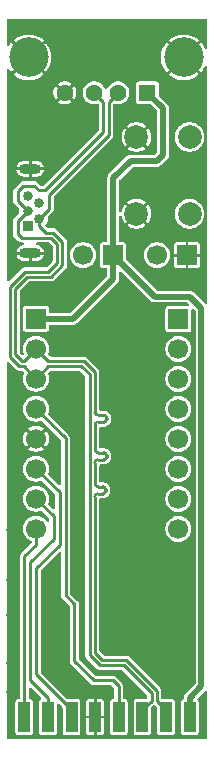
<source format=gbr>
%TF.GenerationSoftware,KiCad,Pcbnew,9.0.6-1.fc43*%
%TF.CreationDate,2025-12-11T00:59:32+10:30*%
%TF.ProjectId,DreameBreakout,44726561-6d65-4427-9265-616b6f75742e,1.1*%
%TF.SameCoordinates,Original*%
%TF.FileFunction,Copper,L1,Top*%
%TF.FilePolarity,Positive*%
%FSLAX46Y46*%
G04 Gerber Fmt 4.6, Leading zero omitted, Abs format (unit mm)*
G04 Created by KiCad (PCBNEW 9.0.6-1.fc43) date 2025-12-11 00:59:32*
%MOMM*%
%LPD*%
G01*
G04 APERTURE LIST*
%TA.AperFunction,ComponentPad*%
%ADD10R,1.700000X1.700000*%
%TD*%
%TA.AperFunction,ComponentPad*%
%ADD11C,1.700000*%
%TD*%
%TA.AperFunction,ComponentPad*%
%ADD12R,0.840000X0.840000*%
%TD*%
%TA.AperFunction,ComponentPad*%
%ADD13C,0.840000*%
%TD*%
%TA.AperFunction,ComponentPad*%
%ADD14O,1.850000X0.850000*%
%TD*%
%TA.AperFunction,ComponentPad*%
%ADD15C,2.000000*%
%TD*%
%TA.AperFunction,SMDPad,CuDef*%
%ADD16R,1.000000X2.500000*%
%TD*%
%TA.AperFunction,ComponentPad*%
%ADD17C,3.346000*%
%TD*%
%TA.AperFunction,ComponentPad*%
%ADD18C,1.428000*%
%TD*%
%TA.AperFunction,ComponentPad*%
%ADD19R,1.428000X1.428000*%
%TD*%
%TA.AperFunction,ViaPad*%
%ADD20C,1.000000*%
%TD*%
%TA.AperFunction,Conductor*%
%ADD21C,0.250000*%
%TD*%
%TA.AperFunction,Conductor*%
%ADD22C,0.500000*%
%TD*%
G04 APERTURE END LIST*
D10*
%TO.P,JP2,1,A*%
%TO.N,GND*%
X152400000Y-81875000D03*
D11*
%TO.P,JP2,2,B*%
%TO.N,/SoC_USB_OTG_ID*%
X149860000Y-81875000D03*
%TD*%
D10*
%TO.P,J4,1,Pin_1*%
%TO.N,/MCU_NC2*%
X151675000Y-87280000D03*
D11*
%TO.P,J4,2,Pin_2*%
%TO.N,/MCU_NC1*%
X151675000Y-89820000D03*
%TO.P,J4,3,Pin_3*%
%TO.N,/MCU_GND*%
X151675000Y-92360000D03*
%TO.P,J4,4,Pin_4*%
%TO.N,/MCU_SWDIO*%
X151675000Y-94900000D03*
%TO.P,J4,5,Pin_5*%
%TO.N,/MCU_SWCLK*%
X151675000Y-97440000D03*
%TO.P,J4,6,Pin_6*%
%TO.N,/MCU_TX*%
X151675000Y-99980000D03*
%TO.P,J4,7,Pin_7*%
%TO.N,/MCU_RX*%
X151675000Y-102520000D03*
%TO.P,J4,8,Pin_8*%
%TO.N,/MCU_Vref*%
X151675000Y-105060000D03*
%TD*%
D12*
%TO.P,J2,1,VBUS*%
%TO.N,/USB_VBUS*%
X138905000Y-79425000D03*
D13*
%TO.P,J2,2,D-*%
%TO.N,/D-*%
X139905000Y-78775000D03*
%TO.P,J2,3,D+*%
%TO.N,/D+*%
X138905000Y-78125000D03*
%TO.P,J2,4,ID*%
%TO.N,/SoC_USB_OTG_ID*%
X139905000Y-77475000D03*
%TO.P,J2,5,GND*%
%TO.N,GND*%
X138905000Y-76825000D03*
D14*
%TO.P,J2,6,Shield*%
X139125000Y-81700000D03*
X139125000Y-74550000D03*
%TD*%
D10*
%TO.P,J5,1,Pin_1*%
%TO.N,/VBUS*%
X139625000Y-87250000D03*
D11*
%TO.P,J5,2,Pin_2*%
%TO.N,/D-*%
X139625000Y-89790000D03*
%TO.P,J5,3,Pin_3*%
%TO.N,/D+*%
X139625000Y-92330000D03*
%TO.P,J5,4,Pin_4*%
%TO.N,/SoC_USB_OTG_ID*%
X139625000Y-94870000D03*
%TO.P,J5,5,Pin_5*%
%TO.N,GND*%
X139625000Y-97410000D03*
%TO.P,J5,6,Pin_6*%
%TO.N,/SoC_TX*%
X139625000Y-99950000D03*
%TO.P,J5,7,Pin_7*%
%TO.N,/SoC_RX*%
X139625000Y-102490000D03*
%TO.P,J5,8,Pin_8*%
%TO.N,/Boot_SEL*%
X139625000Y-105030000D03*
%TD*%
D10*
%TO.P,JP1,1,A*%
%TO.N,/VBUS*%
X146150000Y-81875000D03*
D11*
%TO.P,JP1,2,B*%
%TO.N,/USB_VBUS*%
X143610000Y-81875000D03*
%TD*%
D15*
%TO.P,SW1,1,1*%
%TO.N,GND*%
X148125000Y-78375000D03*
X148125000Y-71875000D03*
%TO.P,SW1,2,2*%
%TO.N,/Boot_SEL*%
X152625000Y-78375000D03*
X152625000Y-71875000D03*
%TD*%
D16*
%TO.P,J1.1,1,Pin_1*%
%TO.N,/Boot_SEL*%
X138625000Y-120975000D03*
%TO.P,J1.1,2,Pin_2*%
%TO.N,/SoC_RX*%
X140625000Y-120975000D03*
%TO.P,J1.1,3,Pin_3*%
%TO.N,/SoC_TX*%
X142625000Y-120975000D03*
%TO.P,J1.1,4,Pin_4*%
%TO.N,GND*%
X144625000Y-120975000D03*
%TO.P,J1.1,5,Pin_5*%
%TO.N,/SoC_USB_OTG_ID*%
X146625000Y-120975000D03*
%TO.P,J1.1,6,Pin_6*%
%TO.N,/D+*%
X148625000Y-120975000D03*
%TO.P,J1.1,7,Pin_7*%
%TO.N,/D-*%
X150625000Y-120975000D03*
%TO.P,J1.1,8,Pin_8*%
%TO.N,/VBUS*%
X152625000Y-120975000D03*
%TD*%
D17*
%TO.P,J1,5,Shield*%
%TO.N,GND*%
X152125000Y-65125000D03*
X138985000Y-65125000D03*
D18*
%TO.P,J1,4,GND*%
X142055000Y-68125000D03*
%TO.P,J1,3,D+*%
%TO.N,/D+*%
X144555000Y-68125000D03*
%TO.P,J1,2,D-*%
%TO.N,/D-*%
X146555000Y-68125000D03*
D19*
%TO.P,J1,1,VBUS*%
%TO.N,/VBUS*%
X149055000Y-68125000D03*
%TD*%
D20*
%TO.N,GND*%
X142625000Y-118875000D03*
X141875000Y-112375000D03*
X140625000Y-109375000D03*
X141625000Y-116375000D03*
X140625000Y-112375000D03*
X144625000Y-118875000D03*
X151125000Y-109375000D03*
X143125000Y-94375000D03*
X145625000Y-73375000D03*
X137625000Y-105125000D03*
X143125000Y-100375000D03*
X144125000Y-70375000D03*
X143125000Y-103375000D03*
X137625000Y-112375000D03*
X141625000Y-78875000D03*
X143125000Y-109375000D03*
X145625000Y-91375000D03*
X151125000Y-75375000D03*
X137625000Y-109375000D03*
X151625000Y-116375000D03*
X149875000Y-96125000D03*
X148125000Y-86375000D03*
X152625000Y-69375000D03*
X150125000Y-84375000D03*
X144625000Y-78875000D03*
X145625000Y-65375000D03*
X145625000Y-109375000D03*
X149875000Y-91125000D03*
X141625000Y-72875000D03*
X143125000Y-106375000D03*
X145625000Y-103375000D03*
X148625000Y-65375000D03*
X142625000Y-85375000D03*
X142625000Y-76375000D03*
X137875000Y-93625000D03*
X142625000Y-65375000D03*
X150125000Y-98875000D03*
X138625000Y-72875000D03*
X149875000Y-93625000D03*
X145625000Y-88875000D03*
X139625000Y-85375000D03*
X150125000Y-101375000D03*
X148125000Y-75375000D03*
X137625000Y-116375000D03*
X143125000Y-97375000D03*
X145625000Y-94375000D03*
X144625000Y-83375000D03*
X141625000Y-70375000D03*
X149875000Y-88875000D03*
X145625000Y-97375000D03*
X138625000Y-70375000D03*
X153625000Y-84375000D03*
X145625000Y-106375000D03*
X141625000Y-88375000D03*
X145625000Y-100375000D03*
X143125000Y-92375000D03*
X151125000Y-107375000D03*
X152625000Y-112375000D03*
X150625000Y-112375000D03*
X148875000Y-116375000D03*
X145625000Y-112375000D03*
X147625000Y-118875000D03*
X137625000Y-118875000D03*
X151625000Y-118875000D03*
%TD*%
D21*
%TO.N,/D+*%
X138905000Y-78125000D02*
X138059000Y-77279000D01*
X138059000Y-78971000D02*
X138905000Y-78125000D01*
X138059000Y-77279000D02*
X138059000Y-76474575D01*
X138059000Y-80071000D02*
X138059000Y-78971000D01*
X138059000Y-76474575D02*
X138554575Y-75979000D01*
X138397099Y-80409099D02*
X138059000Y-80071000D01*
X138554575Y-75979000D02*
X139479000Y-75979000D01*
X140901289Y-80409099D02*
X138397099Y-80409099D01*
X139479000Y-75979000D02*
X139875000Y-76375000D01*
X141399000Y-80906810D02*
X140901289Y-80409099D01*
X139875000Y-76375000D02*
X140375000Y-76375000D01*
X141399000Y-82531388D02*
X141399000Y-80906810D01*
X140375000Y-76375000D02*
X145329999Y-71420001D01*
X140657754Y-83272634D02*
X141399000Y-82531388D01*
X145329999Y-71420001D02*
X145329999Y-68899999D01*
X138657754Y-83272634D02*
X140657754Y-83272634D01*
X145329999Y-68899999D02*
X144555000Y-68125000D01*
X137399000Y-84531388D02*
X138657754Y-83272634D01*
X137399000Y-90468612D02*
X137399000Y-84531388D01*
X138216387Y-91285999D02*
X137399000Y-90468612D01*
X138580999Y-91285999D02*
X138216387Y-91285999D01*
X139625000Y-92330000D02*
X138580999Y-91285999D01*
X139625000Y-92330000D02*
X140669999Y-91285001D01*
X140669999Y-91285001D02*
X143466803Y-91285001D01*
X143466803Y-91285001D02*
X144150000Y-91968198D01*
X144150000Y-91968198D02*
X144150000Y-115718198D01*
X144150000Y-115718198D02*
X145031802Y-116600000D01*
X145031802Y-116600000D02*
X147031802Y-116600000D01*
X147031802Y-116600000D02*
X149400000Y-118968198D01*
X149400000Y-118968198D02*
X149400000Y-119600000D01*
X149400000Y-119600000D02*
X148625000Y-120375000D01*
%TO.N,/D-*%
X140669999Y-90834999D02*
X143653197Y-90834999D01*
X139625000Y-89790000D02*
X140669999Y-90834999D01*
X143653197Y-90834999D02*
X144600000Y-91781802D01*
X139625000Y-89790000D02*
X138580001Y-90834999D01*
X144600000Y-91781802D02*
X144600000Y-95169379D01*
X138403197Y-90834999D02*
X137850000Y-90281802D01*
X138580001Y-90834999D02*
X138403197Y-90834999D01*
X144600000Y-95169379D02*
G75*
G03*
X144840000Y-95409400I240000J-21D01*
G01*
X137850000Y-90281802D02*
X137850000Y-84718198D01*
X144840000Y-95409379D02*
X145360000Y-95409379D01*
X137850000Y-84718198D02*
X138844564Y-83723634D01*
X145360000Y-95409379D02*
G75*
G02*
X145600021Y-95649379I0J-240021D01*
G01*
X138844564Y-83723634D02*
X140844564Y-83723634D01*
X145600000Y-95649379D02*
X145600000Y-95769379D01*
X145600000Y-95769379D02*
G75*
G02*
X145360000Y-96009400I-240000J-21D01*
G01*
X140844564Y-83723634D02*
X141850000Y-82718198D01*
X145360000Y-96009379D02*
X144840000Y-96009379D01*
X141850000Y-82718198D02*
X141850000Y-80720000D01*
X144840000Y-96009379D02*
G75*
G03*
X144599979Y-96249379I0J-240021D01*
G01*
X141850000Y-80720000D02*
X141088099Y-79958099D01*
X144600000Y-96249379D02*
X144600000Y-98351461D01*
X141088099Y-79958099D02*
X140458099Y-79958099D01*
X140458099Y-79958099D02*
X139905000Y-79405000D01*
X144600000Y-98351461D02*
G75*
G03*
X144840000Y-98591500I240000J-39D01*
G01*
X139905000Y-79405000D02*
X139905000Y-78775000D01*
X144840000Y-98591461D02*
X145360000Y-98591461D01*
X139905000Y-78775000D02*
X140751000Y-77929000D01*
X145360000Y-98591461D02*
G75*
G02*
X145600039Y-98831461I0J-240039D01*
G01*
X140751000Y-77929000D02*
X140751000Y-76749000D01*
X145600000Y-98831461D02*
X145600000Y-98951461D01*
X145600000Y-98951461D02*
G75*
G02*
X145360000Y-99191500I-240000J-39D01*
G01*
X140751000Y-76749000D02*
X145780001Y-71719999D01*
X145360000Y-99191461D02*
X144840000Y-99191461D01*
X145780001Y-71719999D02*
X145780001Y-68899999D01*
X144840000Y-99191461D02*
G75*
G03*
X144599961Y-99431461I0J-240039D01*
G01*
X145780001Y-68899999D02*
X146555000Y-68125000D01*
X144600000Y-99431461D02*
X144600000Y-101233259D01*
X144600000Y-101233259D02*
G75*
G03*
X144840000Y-101473300I240000J-41D01*
G01*
X144840000Y-101473259D02*
X145269133Y-101473259D01*
X145269133Y-101473259D02*
G75*
G02*
X145509141Y-101713259I-33J-240041D01*
G01*
X145509133Y-101713259D02*
X145509133Y-101833259D01*
X145509133Y-101833259D02*
G75*
G02*
X145269133Y-102073333I-240033J-41D01*
G01*
X145269133Y-102073259D02*
X144840000Y-102073259D01*
X144840000Y-102073259D02*
G75*
G03*
X144599959Y-102313259I0J-240041D01*
G01*
X144600000Y-102313259D02*
X144600000Y-115531802D01*
X144600000Y-115531802D02*
X145218198Y-116150000D01*
X145218198Y-116150000D02*
X147218198Y-116150000D01*
X147218198Y-116150000D02*
X149850000Y-118781802D01*
X149850000Y-118781802D02*
X149850000Y-119600000D01*
X149850000Y-119600000D02*
X150625000Y-120375000D01*
D22*
%TO.N,/VBUS*%
X146150000Y-83850000D02*
X142750000Y-87250000D01*
X146150000Y-81875000D02*
X146150000Y-83850000D01*
X142750000Y-87250000D02*
X139625000Y-87250000D01*
X146150000Y-81875000D02*
X146150000Y-75350000D01*
X149650000Y-85375000D02*
X146150000Y-81875000D01*
X146150000Y-75350000D02*
X147625000Y-73875000D01*
X152625000Y-85375000D02*
X149650000Y-85375000D01*
X147625000Y-73875000D02*
X149875000Y-73875000D01*
X153625000Y-86375000D02*
X152625000Y-85375000D01*
X149875000Y-73875000D02*
X150375000Y-73375000D01*
X153625000Y-118375000D02*
X153625000Y-86375000D01*
X150375000Y-73375000D02*
X150375000Y-69445000D01*
X152625000Y-119375000D02*
X153625000Y-118375000D01*
X150375000Y-69445000D02*
X149055000Y-68125000D01*
X152625000Y-121125000D02*
X152625000Y-119375000D01*
D21*
%TO.N,/SoC_TX*%
X139625000Y-108375000D02*
X139625000Y-117375000D01*
X139625000Y-117375000D02*
X142625000Y-120375000D01*
X141625000Y-106375000D02*
X139625000Y-108375000D01*
X141625000Y-101950000D02*
X141625000Y-106375000D01*
X139625000Y-99950000D02*
X141625000Y-101950000D01*
%TO.N,/Boot_SEL*%
X139625000Y-105030000D02*
X139625000Y-106375000D01*
X139625000Y-106375000D02*
X138625000Y-107375000D01*
X138625000Y-107375000D02*
X138625000Y-121125000D01*
%TO.N,/SoC_RX*%
X140625000Y-119375000D02*
X140625000Y-121125000D01*
X139125000Y-117875000D02*
X140625000Y-119375000D01*
X139125000Y-107875000D02*
X139125000Y-117875000D01*
X141125000Y-105875000D02*
X139125000Y-107875000D01*
X141125000Y-103990000D02*
X141125000Y-105875000D01*
X139625000Y-102490000D02*
X141125000Y-103990000D01*
%TO.N,/SoC_USB_OTG_ID*%
X142125000Y-110675000D02*
X142125000Y-97375000D01*
X142875000Y-111425000D02*
X142125000Y-110675000D01*
X142125000Y-97375000D02*
X139625000Y-94875000D01*
X142875000Y-116225000D02*
X142875000Y-111425000D01*
X144525000Y-117875000D02*
X142875000Y-116225000D01*
X146125000Y-117875000D02*
X144525000Y-117875000D01*
X146625000Y-118375000D02*
X146125000Y-117875000D01*
X146625000Y-121125000D02*
X146625000Y-118375000D01*
%TD*%
%TA.AperFunction,Conductor*%
%TO.N,GND*%
G36*
X154067539Y-61895185D02*
G01*
X154113294Y-61947989D01*
X154124500Y-61999500D01*
X154124500Y-64303787D01*
X154104815Y-64370826D01*
X154052011Y-64416581D01*
X153982853Y-64426525D01*
X153919297Y-64397500D01*
X153885939Y-64351240D01*
X153853390Y-64272660D01*
X153853385Y-64272651D01*
X153727350Y-64054352D01*
X153727339Y-64054335D01*
X153573889Y-63854357D01*
X153573882Y-63854349D01*
X153573155Y-63853622D01*
X153573154Y-63853622D01*
X153033436Y-64393339D01*
X153013612Y-64366054D01*
X152883946Y-64236388D01*
X152856659Y-64216563D01*
X153396377Y-63676845D01*
X153396377Y-63676844D01*
X153395650Y-63676117D01*
X153395642Y-63676110D01*
X153195664Y-63522660D01*
X153195647Y-63522649D01*
X152977348Y-63396614D01*
X152977339Y-63396610D01*
X152744456Y-63300146D01*
X152500962Y-63234902D01*
X152251050Y-63202001D01*
X152251033Y-63202000D01*
X151998967Y-63202000D01*
X151998949Y-63202001D01*
X151749037Y-63234902D01*
X151505543Y-63300146D01*
X151272660Y-63396610D01*
X151272651Y-63396614D01*
X151054352Y-63522649D01*
X151054335Y-63522660D01*
X150854361Y-63676107D01*
X150853622Y-63676845D01*
X151393340Y-64216563D01*
X151366054Y-64236388D01*
X151236388Y-64366054D01*
X151216563Y-64393340D01*
X150676845Y-63853622D01*
X150676107Y-63854361D01*
X150522660Y-64054335D01*
X150522649Y-64054352D01*
X150396614Y-64272651D01*
X150396610Y-64272660D01*
X150300146Y-64505543D01*
X150234902Y-64749037D01*
X150202001Y-64998949D01*
X150202000Y-64998966D01*
X150202000Y-65251033D01*
X150202001Y-65251050D01*
X150234902Y-65500962D01*
X150300146Y-65744456D01*
X150396610Y-65977339D01*
X150396614Y-65977348D01*
X150522649Y-66195647D01*
X150522660Y-66195664D01*
X150676110Y-66395642D01*
X150676117Y-66395650D01*
X150676844Y-66396377D01*
X150676845Y-66396377D01*
X151216563Y-65856659D01*
X151236388Y-65883946D01*
X151366054Y-66013612D01*
X151393339Y-66033436D01*
X150853622Y-66573154D01*
X150854349Y-66573882D01*
X150854357Y-66573889D01*
X151054335Y-66727339D01*
X151054352Y-66727350D01*
X151272651Y-66853385D01*
X151272660Y-66853389D01*
X151505543Y-66949853D01*
X151749037Y-67015097D01*
X151998949Y-67047998D01*
X151998967Y-67048000D01*
X152251033Y-67048000D01*
X152251050Y-67047998D01*
X152500962Y-67015097D01*
X152744456Y-66949853D01*
X152977339Y-66853389D01*
X152977348Y-66853385D01*
X153195647Y-66727350D01*
X153195654Y-66727345D01*
X153395642Y-66573889D01*
X153396377Y-66573154D01*
X153396376Y-66573152D01*
X152856660Y-66033436D01*
X152883946Y-66013612D01*
X153013612Y-65883946D01*
X153033436Y-65856660D01*
X153573152Y-66396376D01*
X153573154Y-66396377D01*
X153573889Y-66395642D01*
X153727345Y-66195654D01*
X153727350Y-66195647D01*
X153853385Y-65977348D01*
X153853389Y-65977339D01*
X153885939Y-65898759D01*
X153929780Y-65844356D01*
X153996074Y-65822291D01*
X154063773Y-65839570D01*
X154111384Y-65890707D01*
X154124500Y-65946212D01*
X154124500Y-85867324D01*
X154104815Y-85934363D01*
X154052011Y-85980118D01*
X153982853Y-85990062D01*
X153919297Y-85961037D01*
X153912819Y-85955005D01*
X152932316Y-84974502D01*
X152932314Y-84974500D01*
X152846746Y-84925097D01*
X152818187Y-84908608D01*
X152754539Y-84891554D01*
X152690892Y-84874500D01*
X152690891Y-84874500D01*
X149908676Y-84874500D01*
X149841637Y-84854815D01*
X149820995Y-84838181D01*
X147286819Y-82304005D01*
X147253334Y-82242682D01*
X147250500Y-82216324D01*
X147250500Y-81788389D01*
X148759500Y-81788389D01*
X148759500Y-81961611D01*
X148786598Y-82132701D01*
X148832866Y-82275099D01*
X148840128Y-82297447D01*
X148888064Y-82391528D01*
X148918768Y-82451788D01*
X149020586Y-82591928D01*
X149143072Y-82714414D01*
X149283212Y-82816232D01*
X149437555Y-82894873D01*
X149602299Y-82948402D01*
X149773389Y-82975500D01*
X149773390Y-82975500D01*
X149946610Y-82975500D01*
X149946611Y-82975500D01*
X150117701Y-82948402D01*
X150282445Y-82894873D01*
X150436788Y-82816232D01*
X150576928Y-82714414D01*
X150699414Y-82591928D01*
X150801232Y-82451788D01*
X150879873Y-82297445D01*
X150933402Y-82132701D01*
X150960500Y-81961611D01*
X150960500Y-81788389D01*
X150933402Y-81617299D01*
X150879873Y-81452555D01*
X150801232Y-81298212D01*
X150699414Y-81158072D01*
X150576928Y-81035586D01*
X150528459Y-81000371D01*
X151300000Y-81000371D01*
X151300000Y-81750000D01*
X151915856Y-81750000D01*
X151900000Y-81809174D01*
X151900000Y-81940826D01*
X151915856Y-82000000D01*
X151300000Y-82000000D01*
X151300000Y-82749628D01*
X151314503Y-82822540D01*
X151314505Y-82822544D01*
X151369760Y-82905239D01*
X151452455Y-82960494D01*
X151452459Y-82960496D01*
X151525371Y-82974999D01*
X151525374Y-82975000D01*
X152275000Y-82975000D01*
X152275000Y-82359144D01*
X152334174Y-82375000D01*
X152465826Y-82375000D01*
X152525000Y-82359144D01*
X152525000Y-82975000D01*
X153274626Y-82975000D01*
X153274628Y-82974999D01*
X153347540Y-82960496D01*
X153347544Y-82960494D01*
X153430239Y-82905239D01*
X153485494Y-82822544D01*
X153485496Y-82822540D01*
X153499999Y-82749628D01*
X153500000Y-82749626D01*
X153500000Y-82000000D01*
X152884144Y-82000000D01*
X152900000Y-81940826D01*
X152900000Y-81809174D01*
X152884144Y-81750000D01*
X153500000Y-81750000D01*
X153500000Y-81000373D01*
X153499999Y-81000371D01*
X153485496Y-80927459D01*
X153485494Y-80927455D01*
X153430239Y-80844760D01*
X153347544Y-80789505D01*
X153347540Y-80789503D01*
X153274627Y-80775000D01*
X152525000Y-80775000D01*
X152525000Y-81390855D01*
X152465826Y-81375000D01*
X152334174Y-81375000D01*
X152275000Y-81390855D01*
X152275000Y-80775000D01*
X151525373Y-80775000D01*
X151452459Y-80789503D01*
X151452455Y-80789505D01*
X151369760Y-80844760D01*
X151314505Y-80927455D01*
X151314503Y-80927459D01*
X151300000Y-81000371D01*
X150528459Y-81000371D01*
X150436788Y-80933768D01*
X150282445Y-80855127D01*
X150117701Y-80801598D01*
X150117699Y-80801597D01*
X150117698Y-80801597D01*
X149986271Y-80780781D01*
X149946611Y-80774500D01*
X149773389Y-80774500D01*
X149733728Y-80780781D01*
X149602302Y-80801597D01*
X149437552Y-80855128D01*
X149283211Y-80933768D01*
X149206088Y-80989802D01*
X149143072Y-81035586D01*
X149143070Y-81035588D01*
X149143069Y-81035588D01*
X149020588Y-81158069D01*
X149020588Y-81158070D01*
X149020586Y-81158072D01*
X149007783Y-81175694D01*
X148918768Y-81298211D01*
X148840128Y-81452552D01*
X148786597Y-81617302D01*
X148776349Y-81682007D01*
X148759500Y-81788389D01*
X147250500Y-81788389D01*
X147250500Y-81000323D01*
X147250499Y-81000321D01*
X147235967Y-80927264D01*
X147235966Y-80927260D01*
X147189079Y-80857088D01*
X147180601Y-80844399D01*
X147097740Y-80789034D01*
X147097739Y-80789033D01*
X147097735Y-80789032D01*
X147024677Y-80774500D01*
X147024674Y-80774500D01*
X146774500Y-80774500D01*
X146707461Y-80754815D01*
X146661706Y-80702011D01*
X146650500Y-80650500D01*
X146650500Y-78631510D01*
X146670185Y-78564471D01*
X146722989Y-78518716D01*
X146792147Y-78508772D01*
X146855703Y-78537797D01*
X146893477Y-78596575D01*
X146896973Y-78612112D01*
X146905778Y-78667705D01*
X146966581Y-78854835D01*
X147055900Y-79030135D01*
X147055904Y-79030141D01*
X147155710Y-79167511D01*
X147155711Y-79167512D01*
X147657667Y-78665555D01*
X147684890Y-78712708D01*
X147787292Y-78815110D01*
X147834442Y-78842332D01*
X147332486Y-79344288D01*
X147469858Y-79444095D01*
X147469864Y-79444099D01*
X147645164Y-79533418D01*
X147832294Y-79594221D01*
X148026618Y-79625000D01*
X148223382Y-79625000D01*
X148417705Y-79594221D01*
X148604835Y-79533418D01*
X148780143Y-79444095D01*
X148917511Y-79344288D01*
X148917512Y-79344287D01*
X148415557Y-78842332D01*
X148462708Y-78815110D01*
X148565110Y-78712708D01*
X148592332Y-78665556D01*
X149094287Y-79167512D01*
X149094288Y-79167511D01*
X149194095Y-79030143D01*
X149283418Y-78854835D01*
X149344221Y-78667705D01*
X149375000Y-78473382D01*
X149375000Y-78276617D01*
X149374994Y-78276577D01*
X151374500Y-78276577D01*
X151374500Y-78473422D01*
X151405290Y-78667826D01*
X151466117Y-78855029D01*
X151532424Y-78985163D01*
X151555476Y-79030405D01*
X151671172Y-79189646D01*
X151810354Y-79328828D01*
X151969595Y-79444524D01*
X152052455Y-79486743D01*
X152144970Y-79533882D01*
X152144972Y-79533882D01*
X152144975Y-79533884D01*
X152183126Y-79546280D01*
X152332173Y-79594709D01*
X152526578Y-79625500D01*
X152526583Y-79625500D01*
X152723422Y-79625500D01*
X152917826Y-79594709D01*
X152919328Y-79594221D01*
X153105025Y-79533884D01*
X153280405Y-79444524D01*
X153439646Y-79328828D01*
X153578828Y-79189646D01*
X153694524Y-79030405D01*
X153783884Y-78855025D01*
X153844709Y-78667826D01*
X153855994Y-78596575D01*
X153875500Y-78473422D01*
X153875500Y-78276577D01*
X153844709Y-78082173D01*
X153796853Y-77934890D01*
X153783884Y-77894975D01*
X153783882Y-77894972D01*
X153783882Y-77894970D01*
X153694658Y-77719858D01*
X153694524Y-77719595D01*
X153578828Y-77560354D01*
X153439646Y-77421172D01*
X153280405Y-77305476D01*
X153105029Y-77216117D01*
X152917826Y-77155290D01*
X152723422Y-77124500D01*
X152723417Y-77124500D01*
X152526583Y-77124500D01*
X152526578Y-77124500D01*
X152332173Y-77155290D01*
X152144970Y-77216117D01*
X151969594Y-77305476D01*
X151878741Y-77371485D01*
X151810354Y-77421172D01*
X151810352Y-77421174D01*
X151810351Y-77421174D01*
X151671174Y-77560351D01*
X151671174Y-77560352D01*
X151671172Y-77560354D01*
X151621485Y-77628741D01*
X151555476Y-77719594D01*
X151466117Y-77894970D01*
X151405290Y-78082173D01*
X151374500Y-78276577D01*
X149374994Y-78276577D01*
X149344221Y-78082294D01*
X149283418Y-77895164D01*
X149194099Y-77719864D01*
X149194095Y-77719858D01*
X149094288Y-77582487D01*
X149094288Y-77582486D01*
X148592332Y-78084442D01*
X148565110Y-78037292D01*
X148462708Y-77934890D01*
X148415556Y-77907667D01*
X148917512Y-77405711D01*
X148917511Y-77405710D01*
X148780141Y-77305904D01*
X148780135Y-77305900D01*
X148604835Y-77216581D01*
X148417705Y-77155778D01*
X148223382Y-77125000D01*
X148026618Y-77125000D01*
X147832294Y-77155778D01*
X147645164Y-77216581D01*
X147469856Y-77305904D01*
X147332487Y-77405710D01*
X147332486Y-77405710D01*
X147834443Y-77907667D01*
X147787292Y-77934890D01*
X147684890Y-78037292D01*
X147657667Y-78084443D01*
X147155710Y-77582486D01*
X147155710Y-77582487D01*
X147055904Y-77719856D01*
X146966581Y-77895164D01*
X146905778Y-78082294D01*
X146896973Y-78137887D01*
X146867043Y-78201022D01*
X146807732Y-78237953D01*
X146737869Y-78236955D01*
X146679637Y-78198345D01*
X146651523Y-78134381D01*
X146650500Y-78118489D01*
X146650500Y-75608676D01*
X146670185Y-75541637D01*
X146686819Y-75520995D01*
X147795995Y-74411819D01*
X147857318Y-74378334D01*
X147883676Y-74375500D01*
X149940890Y-74375500D01*
X149940892Y-74375500D01*
X150068186Y-74341392D01*
X150182314Y-74275500D01*
X150775500Y-73682314D01*
X150841392Y-73568186D01*
X150875500Y-73440892D01*
X150875500Y-73309107D01*
X150875500Y-71776577D01*
X151374500Y-71776577D01*
X151374500Y-71973422D01*
X151405290Y-72167826D01*
X151466117Y-72355029D01*
X151555338Y-72530135D01*
X151555476Y-72530405D01*
X151671172Y-72689646D01*
X151810354Y-72828828D01*
X151969595Y-72944524D01*
X152052455Y-72986743D01*
X152144970Y-73033882D01*
X152144972Y-73033882D01*
X152144975Y-73033884D01*
X152245317Y-73066487D01*
X152332173Y-73094709D01*
X152526578Y-73125500D01*
X152526583Y-73125500D01*
X152723422Y-73125500D01*
X152917826Y-73094709D01*
X152919328Y-73094221D01*
X153105025Y-73033884D01*
X153280405Y-72944524D01*
X153439646Y-72828828D01*
X153578828Y-72689646D01*
X153694524Y-72530405D01*
X153783884Y-72355025D01*
X153844709Y-72167826D01*
X153844728Y-72167705D01*
X153875500Y-71973422D01*
X153875500Y-71776577D01*
X153844709Y-71582173D01*
X153783882Y-71394970D01*
X153694658Y-71219858D01*
X153694524Y-71219595D01*
X153578828Y-71060354D01*
X153439646Y-70921172D01*
X153280405Y-70805476D01*
X153105029Y-70716117D01*
X152917826Y-70655290D01*
X152723422Y-70624500D01*
X152723417Y-70624500D01*
X152526583Y-70624500D01*
X152526578Y-70624500D01*
X152332173Y-70655290D01*
X152144970Y-70716117D01*
X151969594Y-70805476D01*
X151878741Y-70871485D01*
X151810354Y-70921172D01*
X151810352Y-70921174D01*
X151810351Y-70921174D01*
X151671174Y-71060351D01*
X151671174Y-71060352D01*
X151671172Y-71060354D01*
X151621485Y-71128741D01*
X151555476Y-71219594D01*
X151466117Y-71394970D01*
X151405290Y-71582173D01*
X151374500Y-71776577D01*
X150875500Y-71776577D01*
X150875500Y-69379108D01*
X150841392Y-69251814D01*
X150775500Y-69137686D01*
X150682314Y-69044500D01*
X150055819Y-68418005D01*
X150022334Y-68356682D01*
X150019500Y-68330324D01*
X150019500Y-67386323D01*
X150019499Y-67386321D01*
X150004967Y-67313264D01*
X150004966Y-67313260D01*
X149949601Y-67230399D01*
X149866740Y-67175034D01*
X149866739Y-67175033D01*
X149866735Y-67175032D01*
X149793677Y-67160500D01*
X149793674Y-67160500D01*
X148316326Y-67160500D01*
X148316323Y-67160500D01*
X148243264Y-67175032D01*
X148243260Y-67175033D01*
X148160399Y-67230399D01*
X148105033Y-67313260D01*
X148105032Y-67313264D01*
X148090500Y-67386321D01*
X148090500Y-68863678D01*
X148105032Y-68936735D01*
X148105033Y-68936739D01*
X148105034Y-68936740D01*
X148160399Y-69019601D01*
X148231684Y-69067231D01*
X148243260Y-69074966D01*
X148243264Y-69074967D01*
X148316321Y-69089499D01*
X148316324Y-69089500D01*
X148316326Y-69089500D01*
X149260324Y-69089500D01*
X149327363Y-69109185D01*
X149348005Y-69125819D01*
X149838181Y-69615995D01*
X149871666Y-69677318D01*
X149874500Y-69703676D01*
X149874500Y-73116324D01*
X149854815Y-73183363D01*
X149838181Y-73204005D01*
X149704005Y-73338181D01*
X149642682Y-73371666D01*
X149616324Y-73374500D01*
X147559108Y-73374500D01*
X147431812Y-73408608D01*
X147317686Y-73474500D01*
X147317683Y-73474502D01*
X145749502Y-75042683D01*
X145749500Y-75042686D01*
X145683608Y-75156812D01*
X145649500Y-75284108D01*
X145649500Y-80650500D01*
X145629815Y-80717539D01*
X145577011Y-80763294D01*
X145525500Y-80774500D01*
X145275323Y-80774500D01*
X145202264Y-80789032D01*
X145202260Y-80789033D01*
X145119399Y-80844399D01*
X145064033Y-80927260D01*
X145064032Y-80927264D01*
X145049500Y-81000321D01*
X145049500Y-82749678D01*
X145064032Y-82822735D01*
X145064033Y-82822739D01*
X145064034Y-82822740D01*
X145119399Y-82905601D01*
X145183992Y-82948760D01*
X145202260Y-82960966D01*
X145202264Y-82960967D01*
X145275321Y-82975499D01*
X145275324Y-82975500D01*
X145275326Y-82975500D01*
X145525500Y-82975500D01*
X145592539Y-82995185D01*
X145638294Y-83047989D01*
X145649500Y-83099500D01*
X145649500Y-83591324D01*
X145629815Y-83658363D01*
X145613181Y-83679005D01*
X142579005Y-86713181D01*
X142517682Y-86746666D01*
X142491324Y-86749500D01*
X140849500Y-86749500D01*
X140782461Y-86729815D01*
X140736706Y-86677011D01*
X140725500Y-86625500D01*
X140725500Y-86375323D01*
X140725499Y-86375321D01*
X140710967Y-86302264D01*
X140710966Y-86302260D01*
X140655601Y-86219399D01*
X140572740Y-86164034D01*
X140572739Y-86164033D01*
X140572735Y-86164032D01*
X140499677Y-86149500D01*
X140499674Y-86149500D01*
X138750326Y-86149500D01*
X138750323Y-86149500D01*
X138677264Y-86164032D01*
X138677260Y-86164033D01*
X138594399Y-86219399D01*
X138539033Y-86302260D01*
X138539032Y-86302264D01*
X138524500Y-86375321D01*
X138524500Y-88124678D01*
X138539032Y-88197735D01*
X138539033Y-88197739D01*
X138539034Y-88197740D01*
X138594399Y-88280601D01*
X138677260Y-88335966D01*
X138677264Y-88335967D01*
X138750321Y-88350499D01*
X138750324Y-88350500D01*
X138750326Y-88350500D01*
X140499676Y-88350500D01*
X140499677Y-88350499D01*
X140572740Y-88335966D01*
X140655601Y-88280601D01*
X140710966Y-88197740D01*
X140725500Y-88124674D01*
X140725500Y-87874500D01*
X140745185Y-87807461D01*
X140797989Y-87761706D01*
X140849500Y-87750500D01*
X142815890Y-87750500D01*
X142815892Y-87750500D01*
X142943186Y-87716392D01*
X143057314Y-87650500D01*
X146550500Y-84157314D01*
X146616392Y-84043186D01*
X146650500Y-83915893D01*
X146650500Y-83784108D01*
X146650500Y-83382676D01*
X146670185Y-83315637D01*
X146722989Y-83269882D01*
X146792147Y-83259938D01*
X146855703Y-83288963D01*
X146862181Y-83294995D01*
X149249500Y-85682314D01*
X149342686Y-85775500D01*
X149456814Y-85841392D01*
X149584107Y-85875500D01*
X149584108Y-85875500D01*
X152366324Y-85875500D01*
X152395764Y-85884144D01*
X152425751Y-85890668D01*
X152430766Y-85894422D01*
X152433363Y-85895185D01*
X152454005Y-85911819D01*
X152510005Y-85967819D01*
X152543490Y-86029142D01*
X152538506Y-86098834D01*
X152496634Y-86154767D01*
X152431170Y-86179184D01*
X152422324Y-86179500D01*
X150800323Y-86179500D01*
X150727264Y-86194032D01*
X150727260Y-86194033D01*
X150644399Y-86249399D01*
X150589033Y-86332260D01*
X150589032Y-86332264D01*
X150574500Y-86405321D01*
X150574500Y-88154678D01*
X150589032Y-88227735D01*
X150589033Y-88227739D01*
X150589034Y-88227740D01*
X150644399Y-88310601D01*
X150727260Y-88365966D01*
X150727264Y-88365967D01*
X150800321Y-88380499D01*
X150800324Y-88380500D01*
X150800326Y-88380500D01*
X152549676Y-88380500D01*
X152549677Y-88380499D01*
X152622740Y-88365966D01*
X152705601Y-88310601D01*
X152760966Y-88227740D01*
X152775500Y-88154674D01*
X152775500Y-86532676D01*
X152781738Y-86511430D01*
X152783318Y-86489342D01*
X152791390Y-86478558D01*
X152795185Y-86465637D01*
X152811918Y-86451137D01*
X152825190Y-86433409D01*
X152837810Y-86428701D01*
X152847989Y-86419882D01*
X152869906Y-86416730D01*
X152890654Y-86408992D01*
X152903814Y-86411854D01*
X152917147Y-86409938D01*
X152937290Y-86419137D01*
X152958927Y-86423844D01*
X152976652Y-86437112D01*
X152980703Y-86438963D01*
X152987181Y-86444995D01*
X153088181Y-86545995D01*
X153121666Y-86607318D01*
X153124500Y-86633676D01*
X153124500Y-118116324D01*
X153104815Y-118183363D01*
X153088181Y-118204005D01*
X152224502Y-119067683D01*
X152224500Y-119067686D01*
X152158608Y-119181812D01*
X152124500Y-119309108D01*
X152124500Y-119367927D01*
X152104815Y-119434966D01*
X152052011Y-119480721D01*
X152030755Y-119487586D01*
X152027260Y-119489033D01*
X151944399Y-119544399D01*
X151889033Y-119627260D01*
X151889032Y-119627264D01*
X151874500Y-119700321D01*
X151874500Y-122249678D01*
X151889032Y-122322735D01*
X151889033Y-122322739D01*
X151889034Y-122322740D01*
X151944399Y-122405601D01*
X152026554Y-122460494D01*
X152027260Y-122460966D01*
X152027264Y-122460967D01*
X152100321Y-122475499D01*
X152100324Y-122475500D01*
X152100326Y-122475500D01*
X153149676Y-122475500D01*
X153149677Y-122475499D01*
X153222740Y-122460966D01*
X153305601Y-122405601D01*
X153360966Y-122322740D01*
X153375500Y-122249674D01*
X153375500Y-119700326D01*
X153375500Y-119700323D01*
X153375499Y-119700321D01*
X153360967Y-119627264D01*
X153360966Y-119627262D01*
X153360966Y-119627260D01*
X153305601Y-119544399D01*
X153305599Y-119544397D01*
X153305185Y-119543778D01*
X153284307Y-119477100D01*
X153302792Y-119409720D01*
X153320601Y-119387211D01*
X153912820Y-118794992D01*
X153974142Y-118761509D01*
X154043834Y-118766493D01*
X154099767Y-118808365D01*
X154124184Y-118873829D01*
X154124500Y-118882675D01*
X154124500Y-122750500D01*
X154104815Y-122817539D01*
X154052011Y-122863294D01*
X154000500Y-122874500D01*
X137249500Y-122874500D01*
X137182461Y-122854815D01*
X137136706Y-122802011D01*
X137125500Y-122750500D01*
X137125500Y-119700321D01*
X137874500Y-119700321D01*
X137874500Y-122249678D01*
X137889032Y-122322735D01*
X137889033Y-122322739D01*
X137889034Y-122322740D01*
X137944399Y-122405601D01*
X138026554Y-122460494D01*
X138027260Y-122460966D01*
X138027264Y-122460967D01*
X138100321Y-122475499D01*
X138100324Y-122475500D01*
X138100326Y-122475500D01*
X139149676Y-122475500D01*
X139149677Y-122475499D01*
X139222740Y-122460966D01*
X139305601Y-122405601D01*
X139360966Y-122322740D01*
X139375500Y-122249674D01*
X139375500Y-119700326D01*
X139375500Y-119700323D01*
X139375499Y-119700321D01*
X139360967Y-119627264D01*
X139360966Y-119627260D01*
X139360965Y-119627259D01*
X139305601Y-119544399D01*
X139222740Y-119489034D01*
X139222739Y-119489033D01*
X139222735Y-119489032D01*
X139149677Y-119474500D01*
X139149674Y-119474500D01*
X139124500Y-119474500D01*
X139057461Y-119454815D01*
X139011706Y-119402011D01*
X139000500Y-119350500D01*
X139000500Y-118580899D01*
X139020185Y-118513860D01*
X139072989Y-118468105D01*
X139142147Y-118458161D01*
X139205703Y-118487186D01*
X139212181Y-118493218D01*
X140028763Y-119309800D01*
X140062248Y-119371123D01*
X140057264Y-119440815D01*
X140015392Y-119496748D01*
X140009974Y-119500582D01*
X139944400Y-119544397D01*
X139889033Y-119627260D01*
X139889032Y-119627264D01*
X139874500Y-119700321D01*
X139874500Y-122249678D01*
X139889032Y-122322735D01*
X139889033Y-122322739D01*
X139889034Y-122322740D01*
X139944399Y-122405601D01*
X140026554Y-122460494D01*
X140027260Y-122460966D01*
X140027264Y-122460967D01*
X140100321Y-122475499D01*
X140100324Y-122475500D01*
X140100326Y-122475500D01*
X141149676Y-122475500D01*
X141149677Y-122475499D01*
X141222740Y-122460966D01*
X141305601Y-122405601D01*
X141360966Y-122322740D01*
X141375500Y-122249674D01*
X141375500Y-119955899D01*
X141395185Y-119888860D01*
X141447989Y-119843105D01*
X141517147Y-119833161D01*
X141580703Y-119862186D01*
X141587172Y-119868210D01*
X141625000Y-119906037D01*
X141838181Y-120119218D01*
X141871666Y-120180541D01*
X141874500Y-120206899D01*
X141874500Y-122249678D01*
X141889032Y-122322735D01*
X141889033Y-122322739D01*
X141889034Y-122322740D01*
X141944399Y-122405601D01*
X142026554Y-122460494D01*
X142027260Y-122460966D01*
X142027264Y-122460967D01*
X142100321Y-122475499D01*
X142100324Y-122475500D01*
X142100326Y-122475500D01*
X143149676Y-122475500D01*
X143149677Y-122475499D01*
X143222740Y-122460966D01*
X143305601Y-122405601D01*
X143360966Y-122322740D01*
X143375500Y-122249674D01*
X143375500Y-122249628D01*
X143875000Y-122249628D01*
X143889503Y-122322540D01*
X143889505Y-122322544D01*
X143944760Y-122405239D01*
X144027455Y-122460494D01*
X144027459Y-122460496D01*
X144100371Y-122474999D01*
X144100374Y-122475000D01*
X144500000Y-122475000D01*
X144750000Y-122475000D01*
X145149626Y-122475000D01*
X145149628Y-122474999D01*
X145222540Y-122460496D01*
X145222544Y-122460494D01*
X145305239Y-122405239D01*
X145360494Y-122322544D01*
X145360496Y-122322540D01*
X145374999Y-122249628D01*
X145375000Y-122249626D01*
X145375000Y-121100000D01*
X144750000Y-121100000D01*
X144750000Y-122475000D01*
X144500000Y-122475000D01*
X144500000Y-121100000D01*
X143875000Y-121100000D01*
X143875000Y-122249628D01*
X143375500Y-122249628D01*
X143375500Y-119700371D01*
X143875000Y-119700371D01*
X143875000Y-120850000D01*
X144500000Y-120850000D01*
X144750000Y-120850000D01*
X145375000Y-120850000D01*
X145375000Y-119700373D01*
X145374999Y-119700371D01*
X145360496Y-119627459D01*
X145360494Y-119627455D01*
X145305239Y-119544760D01*
X145222544Y-119489505D01*
X145222540Y-119489503D01*
X145149627Y-119475000D01*
X144750000Y-119475000D01*
X144750000Y-120850000D01*
X144500000Y-120850000D01*
X144500000Y-119475000D01*
X144100373Y-119475000D01*
X144027459Y-119489503D01*
X144027455Y-119489505D01*
X143944760Y-119544760D01*
X143889505Y-119627455D01*
X143889503Y-119627459D01*
X143875000Y-119700371D01*
X143375500Y-119700371D01*
X143375500Y-119700326D01*
X143375500Y-119700323D01*
X143375499Y-119700321D01*
X143360967Y-119627264D01*
X143360966Y-119627260D01*
X143360965Y-119627259D01*
X143305601Y-119544399D01*
X143222740Y-119489034D01*
X143222739Y-119489033D01*
X143222735Y-119489032D01*
X143149677Y-119474500D01*
X143149674Y-119474500D01*
X142306900Y-119474500D01*
X142239861Y-119454815D01*
X142219219Y-119438181D01*
X140036819Y-117255781D01*
X140003334Y-117194458D01*
X140000500Y-117168100D01*
X140000500Y-108581899D01*
X140020185Y-108514860D01*
X140036819Y-108494218D01*
X141537819Y-106993218D01*
X141599142Y-106959733D01*
X141668834Y-106964717D01*
X141724767Y-107006589D01*
X141749184Y-107072053D01*
X141749500Y-107080899D01*
X141749500Y-110724435D01*
X141775090Y-110819938D01*
X141775091Y-110819939D01*
X141775091Y-110819940D01*
X141824526Y-110905563D01*
X142463181Y-111544218D01*
X142496666Y-111605541D01*
X142499500Y-111631899D01*
X142499500Y-116274435D01*
X142504993Y-116294933D01*
X142504994Y-116294937D01*
X142525090Y-116369939D01*
X142525091Y-116369940D01*
X142574221Y-116455036D01*
X142574523Y-116455560D01*
X142574526Y-116455563D01*
X144224525Y-118105562D01*
X144294438Y-118175475D01*
X144380062Y-118224910D01*
X144427811Y-118237705D01*
X144427812Y-118237705D01*
X144437903Y-118240408D01*
X144475564Y-118250500D01*
X144475565Y-118250500D01*
X145918101Y-118250500D01*
X145985140Y-118270185D01*
X146005782Y-118286819D01*
X146213181Y-118494218D01*
X146246666Y-118555541D01*
X146249500Y-118581899D01*
X146249500Y-119350500D01*
X146229815Y-119417539D01*
X146177011Y-119463294D01*
X146125500Y-119474500D01*
X146100323Y-119474500D01*
X146027264Y-119489032D01*
X146027260Y-119489033D01*
X145944399Y-119544399D01*
X145889033Y-119627260D01*
X145889032Y-119627264D01*
X145874500Y-119700321D01*
X145874500Y-122249678D01*
X145889032Y-122322735D01*
X145889033Y-122322739D01*
X145889034Y-122322740D01*
X145944399Y-122405601D01*
X146026554Y-122460494D01*
X146027260Y-122460966D01*
X146027264Y-122460967D01*
X146100321Y-122475499D01*
X146100324Y-122475500D01*
X146100326Y-122475500D01*
X147149676Y-122475500D01*
X147149677Y-122475499D01*
X147222740Y-122460966D01*
X147305601Y-122405601D01*
X147360966Y-122322740D01*
X147375500Y-122249674D01*
X147375500Y-119700326D01*
X147375500Y-119700323D01*
X147375499Y-119700321D01*
X147360967Y-119627264D01*
X147360966Y-119627260D01*
X147360965Y-119627259D01*
X147305601Y-119544399D01*
X147222740Y-119489034D01*
X147222739Y-119489033D01*
X147222735Y-119489032D01*
X147149677Y-119474500D01*
X147149674Y-119474500D01*
X147124500Y-119474500D01*
X147057461Y-119454815D01*
X147011706Y-119402011D01*
X147000500Y-119350500D01*
X147000500Y-118325566D01*
X147000499Y-118325562D01*
X146996091Y-118309111D01*
X146996089Y-118309104D01*
X146974912Y-118230066D01*
X146974911Y-118230064D01*
X146974911Y-118230063D01*
X146925475Y-118144437D01*
X146355563Y-117574526D01*
X146355562Y-117574525D01*
X146269938Y-117525090D01*
X146222186Y-117512295D01*
X146210099Y-117509056D01*
X146210095Y-117509054D01*
X146174436Y-117499500D01*
X146174435Y-117499500D01*
X144731899Y-117499500D01*
X144664860Y-117479815D01*
X144644218Y-117463181D01*
X143286819Y-116105782D01*
X143253334Y-116044459D01*
X143250500Y-116018101D01*
X143250500Y-111375567D01*
X143250500Y-111375565D01*
X143224910Y-111280062D01*
X143175475Y-111194438D01*
X143105562Y-111124525D01*
X142536819Y-110555782D01*
X142503334Y-110494459D01*
X142500500Y-110468101D01*
X142500500Y-97325567D01*
X142500500Y-97325565D01*
X142474910Y-97230062D01*
X142425475Y-97144438D01*
X142355562Y-97074525D01*
X140681096Y-95400059D01*
X140647611Y-95338736D01*
X140650845Y-95274062D01*
X140698402Y-95127701D01*
X140725500Y-94956611D01*
X140725500Y-94783389D01*
X140698402Y-94612299D01*
X140644873Y-94447555D01*
X140566232Y-94293212D01*
X140464414Y-94153072D01*
X140341928Y-94030586D01*
X140201788Y-93928768D01*
X140047445Y-93850127D01*
X139882701Y-93796598D01*
X139882699Y-93796597D01*
X139882698Y-93796597D01*
X139751271Y-93775781D01*
X139711611Y-93769500D01*
X139538389Y-93769500D01*
X139498728Y-93775781D01*
X139367302Y-93796597D01*
X139202552Y-93850128D01*
X139048211Y-93928768D01*
X138968256Y-93986859D01*
X138908072Y-94030586D01*
X138908070Y-94030588D01*
X138908069Y-94030588D01*
X138785588Y-94153069D01*
X138785588Y-94153070D01*
X138785586Y-94153072D01*
X138763792Y-94183069D01*
X138683768Y-94293211D01*
X138605128Y-94447552D01*
X138551597Y-94612302D01*
X138524500Y-94783389D01*
X138524500Y-94956610D01*
X138551156Y-95124915D01*
X138551598Y-95127701D01*
X138605127Y-95292445D01*
X138683768Y-95446788D01*
X138785586Y-95586928D01*
X138908072Y-95709414D01*
X139048212Y-95811232D01*
X139202555Y-95889873D01*
X139367299Y-95943402D01*
X139538389Y-95970500D01*
X139538390Y-95970500D01*
X139711610Y-95970500D01*
X139711611Y-95970500D01*
X139882701Y-95943402D01*
X140021516Y-95898297D01*
X140091352Y-95896303D01*
X140147511Y-95928548D01*
X141713181Y-97494218D01*
X141746666Y-97555541D01*
X141749500Y-97581899D01*
X141749500Y-101244101D01*
X141729815Y-101311140D01*
X141677011Y-101356895D01*
X141607853Y-101366839D01*
X141544297Y-101337814D01*
X141537819Y-101331782D01*
X140682322Y-100476285D01*
X140648837Y-100414962D01*
X140652071Y-100350289D01*
X140698402Y-100207701D01*
X140725500Y-100036611D01*
X140725500Y-99863389D01*
X140698402Y-99692299D01*
X140644873Y-99527555D01*
X140566232Y-99373212D01*
X140464414Y-99233072D01*
X140341928Y-99110586D01*
X140201788Y-99008768D01*
X140047445Y-98930127D01*
X139882701Y-98876598D01*
X139882699Y-98876597D01*
X139882698Y-98876597D01*
X139751271Y-98855781D01*
X139711611Y-98849500D01*
X139538389Y-98849500D01*
X139498728Y-98855781D01*
X139367302Y-98876597D01*
X139202552Y-98930128D01*
X139048211Y-99008768D01*
X138968256Y-99066859D01*
X138908072Y-99110586D01*
X138908070Y-99110588D01*
X138908069Y-99110588D01*
X138785588Y-99233069D01*
X138785588Y-99233070D01*
X138785586Y-99233072D01*
X138763792Y-99263069D01*
X138683768Y-99373211D01*
X138605128Y-99527552D01*
X138551597Y-99692302D01*
X138546846Y-99722299D01*
X138524500Y-99863389D01*
X138524500Y-100036611D01*
X138551598Y-100207701D01*
X138605127Y-100372445D01*
X138683768Y-100526788D01*
X138785586Y-100666928D01*
X138908072Y-100789414D01*
X139048212Y-100891232D01*
X139202555Y-100969873D01*
X139367299Y-101023402D01*
X139538389Y-101050500D01*
X139538390Y-101050500D01*
X139711610Y-101050500D01*
X139711611Y-101050500D01*
X139882701Y-101023402D01*
X140025289Y-100977071D01*
X140095126Y-100975077D01*
X140151285Y-101007322D01*
X141213181Y-102069218D01*
X141246666Y-102130541D01*
X141249500Y-102156899D01*
X141249500Y-103284101D01*
X141229815Y-103351140D01*
X141177011Y-103396895D01*
X141107853Y-103406839D01*
X141044297Y-103377814D01*
X141037819Y-103371782D01*
X140682322Y-103016285D01*
X140648837Y-102954962D01*
X140652071Y-102890289D01*
X140698402Y-102747701D01*
X140725500Y-102576611D01*
X140725500Y-102403389D01*
X140698402Y-102232299D01*
X140644873Y-102067555D01*
X140566232Y-101913212D01*
X140464414Y-101773072D01*
X140341928Y-101650586D01*
X140201788Y-101548768D01*
X140047445Y-101470127D01*
X139882701Y-101416598D01*
X139882699Y-101416597D01*
X139882698Y-101416597D01*
X139751271Y-101395781D01*
X139711611Y-101389500D01*
X139538389Y-101389500D01*
X139498728Y-101395781D01*
X139367302Y-101416597D01*
X139202552Y-101470128D01*
X139048211Y-101548768D01*
X138968256Y-101606859D01*
X138908072Y-101650586D01*
X138908070Y-101650588D01*
X138908069Y-101650588D01*
X138785588Y-101773069D01*
X138785588Y-101773070D01*
X138785586Y-101773072D01*
X138763792Y-101803069D01*
X138683768Y-101913211D01*
X138605128Y-102067552D01*
X138551597Y-102232302D01*
X138546846Y-102262299D01*
X138524500Y-102403389D01*
X138524500Y-102576611D01*
X138551598Y-102747701D01*
X138605127Y-102912445D01*
X138683768Y-103066788D01*
X138785586Y-103206928D01*
X138908072Y-103329414D01*
X139048212Y-103431232D01*
X139202555Y-103509873D01*
X139367299Y-103563402D01*
X139538389Y-103590500D01*
X139538390Y-103590500D01*
X139711610Y-103590500D01*
X139711611Y-103590500D01*
X139882701Y-103563402D01*
X140025289Y-103517071D01*
X140095126Y-103515077D01*
X140151285Y-103547322D01*
X140713181Y-104109218D01*
X140746666Y-104170541D01*
X140749500Y-104196899D01*
X140749500Y-104323826D01*
X140729815Y-104390865D01*
X140677011Y-104436620D01*
X140607853Y-104446564D01*
X140544297Y-104417539D01*
X140525182Y-104396712D01*
X140520934Y-104390865D01*
X140464414Y-104313072D01*
X140341928Y-104190586D01*
X140201788Y-104088768D01*
X140047445Y-104010127D01*
X139882701Y-103956598D01*
X139882699Y-103956597D01*
X139882698Y-103956597D01*
X139751271Y-103935781D01*
X139711611Y-103929500D01*
X139538389Y-103929500D01*
X139498728Y-103935781D01*
X139367302Y-103956597D01*
X139202552Y-104010128D01*
X139048211Y-104088768D01*
X138970076Y-104145537D01*
X138908072Y-104190586D01*
X138908070Y-104190588D01*
X138908069Y-104190588D01*
X138785588Y-104313069D01*
X138785588Y-104313070D01*
X138785586Y-104313072D01*
X138777773Y-104323826D01*
X138683768Y-104453211D01*
X138605128Y-104607552D01*
X138551597Y-104772302D01*
X138546846Y-104802299D01*
X138524500Y-104943389D01*
X138524500Y-105116611D01*
X138551598Y-105287701D01*
X138605127Y-105452445D01*
X138683768Y-105606788D01*
X138785586Y-105746928D01*
X138908072Y-105869414D01*
X139013177Y-105945777D01*
X139048213Y-105971233D01*
X139181794Y-106039295D01*
X139192858Y-106049744D01*
X139206703Y-106056067D01*
X139217743Y-106073246D01*
X139232591Y-106087269D01*
X139236832Y-106102950D01*
X139244477Y-106114845D01*
X139249500Y-106149780D01*
X139249500Y-106168101D01*
X139229815Y-106235140D01*
X139213181Y-106255782D01*
X138324526Y-107144436D01*
X138275091Y-107230059D01*
X138275091Y-107230060D01*
X138275090Y-107230062D01*
X138249500Y-107325565D01*
X138249500Y-107325567D01*
X138249500Y-119350500D01*
X138229815Y-119417539D01*
X138177011Y-119463294D01*
X138125500Y-119474500D01*
X138100323Y-119474500D01*
X138027264Y-119489032D01*
X138027260Y-119489033D01*
X137944399Y-119544399D01*
X137889033Y-119627260D01*
X137889032Y-119627264D01*
X137874500Y-119700321D01*
X137125500Y-119700321D01*
X137125500Y-97323428D01*
X138525000Y-97323428D01*
X138525000Y-97496571D01*
X138552085Y-97667584D01*
X138605591Y-97832257D01*
X138684194Y-97986521D01*
X138763097Y-98095124D01*
X139194269Y-97663952D01*
X139224901Y-97717007D01*
X139317993Y-97810099D01*
X139371046Y-97840729D01*
X138939874Y-98271901D01*
X139048478Y-98350805D01*
X139202742Y-98429408D01*
X139367415Y-98482914D01*
X139538429Y-98510000D01*
X139711571Y-98510000D01*
X139882584Y-98482914D01*
X140047257Y-98429408D01*
X140201528Y-98350801D01*
X140310124Y-98271902D01*
X140310125Y-98271901D01*
X139878953Y-97840729D01*
X139932007Y-97810099D01*
X140025099Y-97717007D01*
X140055729Y-97663953D01*
X140486901Y-98095125D01*
X140486902Y-98095124D01*
X140565801Y-97986528D01*
X140644408Y-97832257D01*
X140697914Y-97667584D01*
X140725000Y-97496571D01*
X140725000Y-97323428D01*
X140697914Y-97152415D01*
X140644408Y-96987742D01*
X140565805Y-96833478D01*
X140486901Y-96724874D01*
X140055729Y-97156046D01*
X140025099Y-97102993D01*
X139932007Y-97009901D01*
X139878952Y-96979270D01*
X140310124Y-96548097D01*
X140201521Y-96469194D01*
X140047257Y-96390591D01*
X139882584Y-96337085D01*
X139711571Y-96310000D01*
X139538429Y-96310000D01*
X139367415Y-96337085D01*
X139202742Y-96390591D01*
X139048476Y-96469195D01*
X139048474Y-96469196D01*
X138939874Y-96548096D01*
X138939874Y-96548097D01*
X139371047Y-96979270D01*
X139317993Y-97009901D01*
X139224901Y-97102993D01*
X139194270Y-97156047D01*
X138763097Y-96724874D01*
X138763096Y-96724874D01*
X138684196Y-96833474D01*
X138684195Y-96833476D01*
X138605591Y-96987742D01*
X138552085Y-97152415D01*
X138525000Y-97323428D01*
X137125500Y-97323428D01*
X137125500Y-91025511D01*
X137145185Y-90958472D01*
X137197989Y-90912717D01*
X137267147Y-90902773D01*
X137330703Y-90931798D01*
X137337177Y-90937826D01*
X137985824Y-91586474D01*
X138071450Y-91635910D01*
X138166951Y-91661499D01*
X138166952Y-91661499D01*
X138374100Y-91661499D01*
X138403540Y-91670143D01*
X138433527Y-91676667D01*
X138438542Y-91680421D01*
X138441139Y-91681184D01*
X138461781Y-91697818D01*
X138567677Y-91803714D01*
X138601162Y-91865037D01*
X138597927Y-91929713D01*
X138551597Y-92072301D01*
X138543451Y-92123735D01*
X138524500Y-92243389D01*
X138524500Y-92416611D01*
X138551598Y-92587701D01*
X138605127Y-92752445D01*
X138683768Y-92906788D01*
X138785586Y-93046928D01*
X138908072Y-93169414D01*
X139048212Y-93271232D01*
X139202555Y-93349873D01*
X139367299Y-93403402D01*
X139538389Y-93430500D01*
X139538390Y-93430500D01*
X139711610Y-93430500D01*
X139711611Y-93430500D01*
X139882701Y-93403402D01*
X140047445Y-93349873D01*
X140201788Y-93271232D01*
X140341928Y-93169414D01*
X140464414Y-93046928D01*
X140566232Y-92906788D01*
X140644873Y-92752445D01*
X140698402Y-92587701D01*
X140725500Y-92416611D01*
X140725500Y-92243389D01*
X140698402Y-92072299D01*
X140652071Y-91929710D01*
X140651637Y-91914498D01*
X140646319Y-91900239D01*
X140650660Y-91880285D01*
X140650077Y-91859872D01*
X140658165Y-91845784D01*
X140661172Y-91831967D01*
X140682321Y-91803715D01*
X140714687Y-91771349D01*
X140789220Y-91696819D01*
X140850544Y-91663334D01*
X140876900Y-91660501D01*
X143259904Y-91660501D01*
X143326943Y-91680186D01*
X143347585Y-91696820D01*
X143738181Y-92087416D01*
X143771666Y-92148739D01*
X143774500Y-92175097D01*
X143774500Y-115767633D01*
X143796443Y-115849525D01*
X143800091Y-115863139D01*
X143832595Y-115919437D01*
X143849527Y-115948763D01*
X144355801Y-116455036D01*
X144731327Y-116830562D01*
X144801240Y-116900475D01*
X144886864Y-116949910D01*
X144934613Y-116962705D01*
X144934614Y-116962705D01*
X144944705Y-116965408D01*
X144982366Y-116975500D01*
X144982367Y-116975500D01*
X146824903Y-116975500D01*
X146891942Y-116995185D01*
X146912584Y-117011819D01*
X148988181Y-119087416D01*
X149002884Y-119114343D01*
X149019477Y-119140162D01*
X149020368Y-119146362D01*
X149021666Y-119148739D01*
X149024500Y-119175097D01*
X149024500Y-119350500D01*
X149004815Y-119417539D01*
X148952011Y-119463294D01*
X148900500Y-119474500D01*
X148100323Y-119474500D01*
X148027264Y-119489032D01*
X148027260Y-119489033D01*
X147944399Y-119544399D01*
X147889033Y-119627260D01*
X147889032Y-119627264D01*
X147874500Y-119700321D01*
X147874500Y-122249678D01*
X147889032Y-122322735D01*
X147889033Y-122322739D01*
X147889034Y-122322740D01*
X147944399Y-122405601D01*
X148026554Y-122460494D01*
X148027260Y-122460966D01*
X148027264Y-122460967D01*
X148100321Y-122475499D01*
X148100324Y-122475500D01*
X148100326Y-122475500D01*
X149149676Y-122475500D01*
X149149677Y-122475499D01*
X149222740Y-122460966D01*
X149305601Y-122405601D01*
X149360966Y-122322740D01*
X149375500Y-122249674D01*
X149375500Y-120206899D01*
X149384144Y-120177458D01*
X149390668Y-120147472D01*
X149394422Y-120142456D01*
X149395185Y-120139860D01*
X149411819Y-120119218D01*
X149537319Y-119993718D01*
X149598642Y-119960233D01*
X149668334Y-119965217D01*
X149712681Y-119993718D01*
X149838181Y-120119218D01*
X149871666Y-120180541D01*
X149874500Y-120206899D01*
X149874500Y-122249678D01*
X149889032Y-122322735D01*
X149889033Y-122322739D01*
X149889034Y-122322740D01*
X149944399Y-122405601D01*
X150026554Y-122460494D01*
X150027260Y-122460966D01*
X150027264Y-122460967D01*
X150100321Y-122475499D01*
X150100324Y-122475500D01*
X150100326Y-122475500D01*
X151149676Y-122475500D01*
X151149677Y-122475499D01*
X151222740Y-122460966D01*
X151305601Y-122405601D01*
X151360966Y-122322740D01*
X151375500Y-122249674D01*
X151375500Y-119700326D01*
X151375500Y-119700323D01*
X151375499Y-119700321D01*
X151360967Y-119627264D01*
X151360966Y-119627260D01*
X151360965Y-119627259D01*
X151305601Y-119544399D01*
X151222740Y-119489034D01*
X151222739Y-119489033D01*
X151222735Y-119489032D01*
X151149677Y-119474500D01*
X151149674Y-119474500D01*
X150349500Y-119474500D01*
X150282461Y-119454815D01*
X150236706Y-119402011D01*
X150225500Y-119350500D01*
X150225500Y-118732369D01*
X150225500Y-118732367D01*
X150199910Y-118636864D01*
X150150475Y-118551240D01*
X150080562Y-118481327D01*
X147448761Y-115849526D01*
X147448760Y-115849525D01*
X147363136Y-115800090D01*
X147315384Y-115787295D01*
X147315382Y-115787294D01*
X147315380Y-115787293D01*
X147267634Y-115774500D01*
X147267633Y-115774500D01*
X145425097Y-115774500D01*
X145358058Y-115754815D01*
X145337416Y-115738181D01*
X145011819Y-115412584D01*
X144978334Y-115351261D01*
X144975500Y-115324903D01*
X144975500Y-104973389D01*
X150574500Y-104973389D01*
X150574500Y-105146611D01*
X150601598Y-105317701D01*
X150655127Y-105482445D01*
X150733768Y-105636788D01*
X150835586Y-105776928D01*
X150958072Y-105899414D01*
X151098212Y-106001232D01*
X151252555Y-106079873D01*
X151417299Y-106133402D01*
X151588389Y-106160500D01*
X151588390Y-106160500D01*
X151761610Y-106160500D01*
X151761611Y-106160500D01*
X151932701Y-106133402D01*
X152097445Y-106079873D01*
X152251788Y-106001232D01*
X152391928Y-105899414D01*
X152514414Y-105776928D01*
X152616232Y-105636788D01*
X152694873Y-105482445D01*
X152748402Y-105317701D01*
X152775500Y-105146611D01*
X152775500Y-104973389D01*
X152748402Y-104802299D01*
X152694873Y-104637555D01*
X152616232Y-104483212D01*
X152514414Y-104343072D01*
X152391928Y-104220586D01*
X152251788Y-104118768D01*
X152097445Y-104040127D01*
X151932701Y-103986598D01*
X151932699Y-103986597D01*
X151932698Y-103986597D01*
X151801271Y-103965781D01*
X151761611Y-103959500D01*
X151588389Y-103959500D01*
X151548728Y-103965781D01*
X151417302Y-103986597D01*
X151252552Y-104040128D01*
X151098211Y-104118768D01*
X151026953Y-104170541D01*
X150958072Y-104220586D01*
X150958070Y-104220588D01*
X150958069Y-104220588D01*
X150835588Y-104343069D01*
X150835588Y-104343070D01*
X150835586Y-104343072D01*
X150800862Y-104390865D01*
X150733768Y-104483211D01*
X150655128Y-104637552D01*
X150601597Y-104802302D01*
X150574500Y-104973389D01*
X144975500Y-104973389D01*
X144975500Y-102572759D01*
X144978050Y-102564073D01*
X144976762Y-102555112D01*
X144987740Y-102531071D01*
X144995185Y-102505720D01*
X145002025Y-102499792D01*
X145005787Y-102491556D01*
X145028021Y-102477266D01*
X145047989Y-102459965D01*
X145058503Y-102457677D01*
X145064565Y-102453782D01*
X145099500Y-102448759D01*
X145206340Y-102448759D01*
X145206452Y-102448766D01*
X145215193Y-102448765D01*
X145215196Y-102448766D01*
X145217740Y-102448765D01*
X145217993Y-102448839D01*
X145269185Y-102448831D01*
X145269185Y-102448833D01*
X145338540Y-102448823D01*
X145338544Y-102448822D01*
X145338547Y-102448822D01*
X145406119Y-102433389D01*
X150574500Y-102433389D01*
X150574500Y-102606610D01*
X150596845Y-102747695D01*
X150601598Y-102777701D01*
X150655127Y-102942445D01*
X150733768Y-103096788D01*
X150835586Y-103236928D01*
X150958072Y-103359414D01*
X151098212Y-103461232D01*
X151252555Y-103539873D01*
X151417299Y-103593402D01*
X151588389Y-103620500D01*
X151588390Y-103620500D01*
X151761610Y-103620500D01*
X151761611Y-103620500D01*
X151932701Y-103593402D01*
X152097445Y-103539873D01*
X152251788Y-103461232D01*
X152391928Y-103359414D01*
X152514414Y-103236928D01*
X152616232Y-103096788D01*
X152694873Y-102942445D01*
X152748402Y-102777701D01*
X152775500Y-102606611D01*
X152775500Y-102433389D01*
X152748402Y-102262299D01*
X152694873Y-102097555D01*
X152616232Y-101943212D01*
X152514414Y-101803072D01*
X152391928Y-101680586D01*
X152251788Y-101578768D01*
X152097445Y-101500127D01*
X151932701Y-101446598D01*
X151932699Y-101446597D01*
X151932698Y-101446597D01*
X151801271Y-101425781D01*
X151761611Y-101419500D01*
X151588389Y-101419500D01*
X151548728Y-101425781D01*
X151417302Y-101446597D01*
X151252552Y-101500128D01*
X151098211Y-101578768D01*
X151018256Y-101636859D01*
X150958072Y-101680586D01*
X150958070Y-101680588D01*
X150958069Y-101680588D01*
X150835588Y-101803069D01*
X150835588Y-101803070D01*
X150835586Y-101803072D01*
X150791859Y-101863256D01*
X150733768Y-101943211D01*
X150655128Y-102097552D01*
X150601597Y-102262302D01*
X150574500Y-102433389D01*
X145406119Y-102433389D01*
X145473766Y-102417939D01*
X145473767Y-102417938D01*
X145473769Y-102417938D01*
X145598734Y-102357735D01*
X145707169Y-102271234D01*
X145793637Y-102162772D01*
X145853801Y-102037788D01*
X145884645Y-101902550D01*
X145884633Y-101833195D01*
X145884633Y-101776294D01*
X145884643Y-101776145D01*
X145884641Y-101767185D01*
X145884642Y-101767184D01*
X145884641Y-101764580D01*
X145884647Y-101764559D01*
X145884640Y-101713195D01*
X145884641Y-101713195D01*
X145884631Y-101643854D01*
X145853754Y-101508652D01*
X145793571Y-101383708D01*
X145707100Y-101275285D01*
X145667997Y-101244101D01*
X145598675Y-101188818D01*
X145473732Y-101128640D01*
X145473728Y-101128639D01*
X145338526Y-101097767D01*
X145338523Y-101097766D01*
X145338525Y-101097766D01*
X145325854Y-101097765D01*
X145325854Y-101097764D01*
X145318586Y-101097763D01*
X145318568Y-101097759D01*
X145269188Y-101097759D01*
X145269185Y-101097759D01*
X145215196Y-101097752D01*
X145215195Y-101097752D01*
X145206452Y-101097751D01*
X145206340Y-101097759D01*
X145099500Y-101097759D01*
X145032461Y-101078074D01*
X144986706Y-101025270D01*
X144975500Y-100973759D01*
X144975500Y-99893389D01*
X150574500Y-99893389D01*
X150574500Y-100066610D01*
X150596845Y-100207695D01*
X150601598Y-100237701D01*
X150655127Y-100402445D01*
X150733768Y-100556788D01*
X150835586Y-100696928D01*
X150958072Y-100819414D01*
X151098212Y-100921232D01*
X151252555Y-100999873D01*
X151417299Y-101053402D01*
X151588389Y-101080500D01*
X151588390Y-101080500D01*
X151761610Y-101080500D01*
X151761611Y-101080500D01*
X151932701Y-101053402D01*
X152097445Y-100999873D01*
X152251788Y-100921232D01*
X152391928Y-100819414D01*
X152514414Y-100696928D01*
X152616232Y-100556788D01*
X152694873Y-100402445D01*
X152748402Y-100237701D01*
X152775500Y-100066611D01*
X152775500Y-99893389D01*
X152748402Y-99722299D01*
X152694873Y-99557555D01*
X152616232Y-99403212D01*
X152514414Y-99263072D01*
X152391928Y-99140586D01*
X152251788Y-99038768D01*
X152097445Y-98960127D01*
X151932701Y-98906598D01*
X151932699Y-98906597D01*
X151932698Y-98906597D01*
X151798793Y-98885389D01*
X151761611Y-98879500D01*
X151588389Y-98879500D01*
X151551207Y-98885389D01*
X151417302Y-98906597D01*
X151252552Y-98960128D01*
X151098211Y-99038768D01*
X151018256Y-99096859D01*
X150958072Y-99140586D01*
X150958070Y-99140588D01*
X150958069Y-99140588D01*
X150835588Y-99263069D01*
X150835588Y-99263070D01*
X150835586Y-99263072D01*
X150822573Y-99280983D01*
X150733768Y-99403211D01*
X150655128Y-99557552D01*
X150601597Y-99722302D01*
X150574500Y-99893389D01*
X144975500Y-99893389D01*
X144975500Y-99690961D01*
X144995185Y-99623922D01*
X145047989Y-99578167D01*
X145099500Y-99566961D01*
X145306011Y-99566961D01*
X145308599Y-99566961D01*
X145308732Y-99567000D01*
X145360000Y-99567000D01*
X145429354Y-99567000D01*
X145429357Y-99567000D01*
X145564594Y-99536129D01*
X145689568Y-99475938D01*
X145798014Y-99389443D01*
X145884491Y-99280983D01*
X145944663Y-99155999D01*
X145975511Y-99020757D01*
X145975500Y-98951400D01*
X145975500Y-98949500D01*
X145975500Y-98894382D01*
X145975508Y-98894257D01*
X145975507Y-98885391D01*
X145975508Y-98885389D01*
X145975507Y-98882807D01*
X145975545Y-98882677D01*
X145975538Y-98831400D01*
X145975539Y-98831400D01*
X145975529Y-98762053D01*
X145944647Y-98626839D01*
X145884455Y-98501886D01*
X145797970Y-98393458D01*
X145689528Y-98306991D01*
X145689526Y-98306990D01*
X145689525Y-98306989D01*
X145564566Y-98246819D01*
X145564558Y-98246816D01*
X145451347Y-98220980D01*
X145429347Y-98215960D01*
X145429346Y-98215960D01*
X145360000Y-98215961D01*
X145099500Y-98215961D01*
X145032461Y-98196276D01*
X144986706Y-98143472D01*
X144975500Y-98091961D01*
X144975500Y-97353389D01*
X150574500Y-97353389D01*
X150574500Y-97526611D01*
X150601598Y-97697701D01*
X150655127Y-97862445D01*
X150733768Y-98016788D01*
X150835586Y-98156928D01*
X150958072Y-98279414D01*
X151098212Y-98381232D01*
X151252555Y-98459873D01*
X151417299Y-98513402D01*
X151588389Y-98540500D01*
X151588390Y-98540500D01*
X151761610Y-98540500D01*
X151761611Y-98540500D01*
X151932701Y-98513402D01*
X152097445Y-98459873D01*
X152251788Y-98381232D01*
X152391928Y-98279414D01*
X152514414Y-98156928D01*
X152616232Y-98016788D01*
X152694873Y-97862445D01*
X152748402Y-97697701D01*
X152775500Y-97526611D01*
X152775500Y-97353389D01*
X152748402Y-97182299D01*
X152694873Y-97017555D01*
X152616232Y-96863212D01*
X152514414Y-96723072D01*
X152391928Y-96600586D01*
X152251788Y-96498768D01*
X152097445Y-96420127D01*
X151932701Y-96366598D01*
X151932699Y-96366597D01*
X151932698Y-96366597D01*
X151801271Y-96345781D01*
X151761611Y-96339500D01*
X151588389Y-96339500D01*
X151548728Y-96345781D01*
X151417302Y-96366597D01*
X151417299Y-96366598D01*
X151273302Y-96413386D01*
X151252552Y-96420128D01*
X151098211Y-96498768D01*
X151084295Y-96508879D01*
X150958072Y-96600586D01*
X150958070Y-96600588D01*
X150958069Y-96600588D01*
X150835588Y-96723069D01*
X150835588Y-96723070D01*
X150835586Y-96723072D01*
X150834277Y-96724874D01*
X150733768Y-96863211D01*
X150655128Y-97017552D01*
X150601597Y-97182302D01*
X150574500Y-97353389D01*
X144975500Y-97353389D01*
X144975500Y-96508879D01*
X144978050Y-96500193D01*
X144976762Y-96491232D01*
X144987740Y-96467191D01*
X144995185Y-96441840D01*
X145002025Y-96435912D01*
X145005787Y-96427676D01*
X145028021Y-96413386D01*
X145047989Y-96396085D01*
X145058503Y-96393797D01*
X145064565Y-96389902D01*
X145099500Y-96384879D01*
X145306011Y-96384879D01*
X145308617Y-96384879D01*
X145308689Y-96384900D01*
X145360000Y-96384900D01*
X145429350Y-96384900D01*
X145429354Y-96384900D01*
X145564584Y-96354033D01*
X145689554Y-96293846D01*
X145689557Y-96293843D01*
X145689560Y-96293842D01*
X145743776Y-96250602D01*
X145797998Y-96207359D01*
X145884475Y-96098909D01*
X145944651Y-95973933D01*
X145975506Y-95838700D01*
X145975500Y-95769346D01*
X145975500Y-95712632D01*
X145975504Y-95712565D01*
X145975504Y-95700732D01*
X145975524Y-95700660D01*
X145975520Y-95649346D01*
X145975521Y-95649346D01*
X145975516Y-95579997D01*
X145944642Y-95444780D01*
X145884456Y-95319821D01*
X145797974Y-95211388D01*
X145689533Y-95124915D01*
X145689529Y-95124913D01*
X145564568Y-95064739D01*
X145564569Y-95064739D01*
X145429350Y-95033878D01*
X145429349Y-95033878D01*
X145360000Y-95033879D01*
X145099500Y-95033879D01*
X145090814Y-95031328D01*
X145081853Y-95032617D01*
X145057812Y-95021638D01*
X145032461Y-95014194D01*
X145026533Y-95007353D01*
X145018297Y-95003592D01*
X145004007Y-94981357D01*
X144986706Y-94961390D01*
X144984418Y-94950875D01*
X144980523Y-94944814D01*
X144975500Y-94909879D01*
X144975500Y-94813389D01*
X150574500Y-94813389D01*
X150574500Y-94986610D01*
X150596845Y-95127695D01*
X150601598Y-95157701D01*
X150655127Y-95322445D01*
X150733768Y-95476788D01*
X150835586Y-95616928D01*
X150958072Y-95739414D01*
X151098212Y-95841232D01*
X151252555Y-95919873D01*
X151417299Y-95973402D01*
X151588389Y-96000500D01*
X151588390Y-96000500D01*
X151761610Y-96000500D01*
X151761611Y-96000500D01*
X151932701Y-95973402D01*
X152097445Y-95919873D01*
X152251788Y-95841232D01*
X152391928Y-95739414D01*
X152514414Y-95616928D01*
X152616232Y-95476788D01*
X152694873Y-95322445D01*
X152748402Y-95157701D01*
X152775500Y-94986611D01*
X152775500Y-94813389D01*
X152748402Y-94642299D01*
X152694873Y-94477555D01*
X152616232Y-94323212D01*
X152514414Y-94183072D01*
X152391928Y-94060586D01*
X152251788Y-93958768D01*
X152097445Y-93880127D01*
X151932701Y-93826598D01*
X151932699Y-93826597D01*
X151932698Y-93826597D01*
X151801271Y-93805781D01*
X151761611Y-93799500D01*
X151588389Y-93799500D01*
X151548728Y-93805781D01*
X151417302Y-93826597D01*
X151252552Y-93880128D01*
X151098211Y-93958768D01*
X151018256Y-94016859D01*
X150958072Y-94060586D01*
X150958070Y-94060588D01*
X150958069Y-94060588D01*
X150835588Y-94183069D01*
X150835588Y-94183070D01*
X150835586Y-94183072D01*
X150791859Y-94243256D01*
X150733768Y-94323211D01*
X150655128Y-94477552D01*
X150601597Y-94642302D01*
X150574500Y-94813389D01*
X144975500Y-94813389D01*
X144975500Y-92273389D01*
X150574500Y-92273389D01*
X150574500Y-92446611D01*
X150601598Y-92617701D01*
X150655127Y-92782445D01*
X150733768Y-92936788D01*
X150835586Y-93076928D01*
X150958072Y-93199414D01*
X151098212Y-93301232D01*
X151252555Y-93379873D01*
X151417299Y-93433402D01*
X151588389Y-93460500D01*
X151588390Y-93460500D01*
X151761610Y-93460500D01*
X151761611Y-93460500D01*
X151932701Y-93433402D01*
X152097445Y-93379873D01*
X152251788Y-93301232D01*
X152391928Y-93199414D01*
X152514414Y-93076928D01*
X152616232Y-92936788D01*
X152694873Y-92782445D01*
X152748402Y-92617701D01*
X152775500Y-92446611D01*
X152775500Y-92273389D01*
X152748402Y-92102299D01*
X152694873Y-91937555D01*
X152616232Y-91783212D01*
X152514414Y-91643072D01*
X152391928Y-91520586D01*
X152251788Y-91418768D01*
X152097445Y-91340127D01*
X151932701Y-91286598D01*
X151932699Y-91286597D01*
X151932698Y-91286597D01*
X151801271Y-91265781D01*
X151761611Y-91259500D01*
X151588389Y-91259500D01*
X151548728Y-91265781D01*
X151417302Y-91286597D01*
X151252552Y-91340128D01*
X151098211Y-91418768D01*
X151018256Y-91476859D01*
X150958072Y-91520586D01*
X150958070Y-91520588D01*
X150958069Y-91520588D01*
X150835588Y-91643069D01*
X150835588Y-91643070D01*
X150835586Y-91643072D01*
X150822923Y-91660501D01*
X150733768Y-91783211D01*
X150655128Y-91937552D01*
X150601597Y-92102302D01*
X150574500Y-92273389D01*
X144975500Y-92273389D01*
X144975500Y-91732369D01*
X144975499Y-91732365D01*
X144972781Y-91722218D01*
X144949911Y-91636865D01*
X144900475Y-91551239D01*
X144400389Y-91051153D01*
X143898020Y-90548784D01*
X143898018Y-90548783D01*
X143883760Y-90534525D01*
X143883759Y-90534524D01*
X143798135Y-90485089D01*
X143750383Y-90472294D01*
X143738296Y-90469055D01*
X143738292Y-90469053D01*
X143702633Y-90459499D01*
X143702632Y-90459499D01*
X140876899Y-90459499D01*
X140847455Y-90450853D01*
X140817473Y-90444331D01*
X140812457Y-90440576D01*
X140809860Y-90439814D01*
X140789222Y-90423184D01*
X140682320Y-90316283D01*
X140648837Y-90254963D01*
X140652071Y-90190289D01*
X140698402Y-90047701D01*
X140725500Y-89876611D01*
X140725500Y-89733389D01*
X150574500Y-89733389D01*
X150574500Y-89906610D01*
X150601154Y-90074902D01*
X150601598Y-90077701D01*
X150655127Y-90242445D01*
X150733768Y-90396788D01*
X150835586Y-90536928D01*
X150958072Y-90659414D01*
X151098212Y-90761232D01*
X151252555Y-90839873D01*
X151417299Y-90893402D01*
X151588389Y-90920500D01*
X151588390Y-90920500D01*
X151761610Y-90920500D01*
X151761611Y-90920500D01*
X151932701Y-90893402D01*
X152097445Y-90839873D01*
X152251788Y-90761232D01*
X152391928Y-90659414D01*
X152514414Y-90536928D01*
X152616232Y-90396788D01*
X152694873Y-90242445D01*
X152748402Y-90077701D01*
X152775500Y-89906611D01*
X152775500Y-89733389D01*
X152748402Y-89562299D01*
X152694873Y-89397555D01*
X152616232Y-89243212D01*
X152514414Y-89103072D01*
X152391928Y-88980586D01*
X152251788Y-88878768D01*
X152097445Y-88800127D01*
X151932701Y-88746598D01*
X151932699Y-88746597D01*
X151932698Y-88746597D01*
X151801271Y-88725781D01*
X151761611Y-88719500D01*
X151588389Y-88719500D01*
X151548728Y-88725781D01*
X151417302Y-88746597D01*
X151252552Y-88800128D01*
X151098211Y-88878768D01*
X151018256Y-88936859D01*
X150958072Y-88980586D01*
X150958070Y-88980588D01*
X150958069Y-88980588D01*
X150835588Y-89103069D01*
X150835588Y-89103070D01*
X150835586Y-89103072D01*
X150791859Y-89163256D01*
X150733768Y-89243211D01*
X150655128Y-89397552D01*
X150601597Y-89562302D01*
X150574500Y-89733389D01*
X140725500Y-89733389D01*
X140725500Y-89703389D01*
X140698402Y-89532299D01*
X140644873Y-89367555D01*
X140566232Y-89213212D01*
X140464414Y-89073072D01*
X140341928Y-88950586D01*
X140201788Y-88848768D01*
X140047445Y-88770127D01*
X139882701Y-88716598D01*
X139882699Y-88716597D01*
X139882698Y-88716597D01*
X139751271Y-88695781D01*
X139711611Y-88689500D01*
X139538389Y-88689500D01*
X139498728Y-88695781D01*
X139367302Y-88716597D01*
X139202552Y-88770128D01*
X139048211Y-88848768D01*
X138968256Y-88906859D01*
X138908072Y-88950586D01*
X138908070Y-88950588D01*
X138908069Y-88950588D01*
X138785588Y-89073069D01*
X138785588Y-89073070D01*
X138785586Y-89073072D01*
X138763792Y-89103069D01*
X138683768Y-89213211D01*
X138605128Y-89367552D01*
X138551597Y-89532302D01*
X138524500Y-89703389D01*
X138524500Y-89876610D01*
X138551597Y-90047698D01*
X138586758Y-90155911D01*
X138588753Y-90225752D01*
X138552673Y-90285585D01*
X138489972Y-90316413D01*
X138420558Y-90308448D01*
X138381146Y-90281910D01*
X138261819Y-90162583D01*
X138228334Y-90101260D01*
X138225500Y-90074902D01*
X138225500Y-84925097D01*
X138245185Y-84858058D01*
X138261819Y-84837416D01*
X138963782Y-84135453D01*
X139025105Y-84101968D01*
X139051463Y-84099134D01*
X140893999Y-84099134D01*
X140894000Y-84099134D01*
X140941750Y-84086339D01*
X140989502Y-84073544D01*
X141075126Y-84024109D01*
X141145039Y-83954196D01*
X142150474Y-82948761D01*
X142150475Y-82948760D01*
X142199910Y-82863136D01*
X142225500Y-82767633D01*
X142225500Y-81788389D01*
X142509500Y-81788389D01*
X142509500Y-81961611D01*
X142536598Y-82132701D01*
X142582866Y-82275099D01*
X142590128Y-82297447D01*
X142638064Y-82391528D01*
X142668768Y-82451788D01*
X142770586Y-82591928D01*
X142893072Y-82714414D01*
X143033212Y-82816232D01*
X143187555Y-82894873D01*
X143352299Y-82948402D01*
X143523389Y-82975500D01*
X143523390Y-82975500D01*
X143696610Y-82975500D01*
X143696611Y-82975500D01*
X143867701Y-82948402D01*
X144032445Y-82894873D01*
X144186788Y-82816232D01*
X144326928Y-82714414D01*
X144449414Y-82591928D01*
X144551232Y-82451788D01*
X144629873Y-82297445D01*
X144683402Y-82132701D01*
X144710500Y-81961611D01*
X144710500Y-81788389D01*
X144683402Y-81617299D01*
X144629873Y-81452555D01*
X144551232Y-81298212D01*
X144449414Y-81158072D01*
X144326928Y-81035586D01*
X144186788Y-80933768D01*
X144032445Y-80855127D01*
X143867701Y-80801598D01*
X143867699Y-80801597D01*
X143867698Y-80801597D01*
X143736271Y-80780781D01*
X143696611Y-80774500D01*
X143523389Y-80774500D01*
X143483728Y-80780781D01*
X143352302Y-80801597D01*
X143187552Y-80855128D01*
X143033211Y-80933768D01*
X142956088Y-80989802D01*
X142893072Y-81035586D01*
X142893070Y-81035588D01*
X142893069Y-81035588D01*
X142770588Y-81158069D01*
X142770588Y-81158070D01*
X142770586Y-81158072D01*
X142757783Y-81175694D01*
X142668768Y-81298211D01*
X142590128Y-81452552D01*
X142536597Y-81617302D01*
X142526349Y-81682007D01*
X142509500Y-81788389D01*
X142225500Y-81788389D01*
X142225500Y-80670565D01*
X142217220Y-80639662D01*
X142199911Y-80575063D01*
X142150475Y-80489437D01*
X141318662Y-79657625D01*
X141318661Y-79657624D01*
X141233037Y-79608189D01*
X141233036Y-79608188D01*
X141233032Y-79608187D01*
X141182730Y-79594708D01*
X141182730Y-79594709D01*
X141137535Y-79582599D01*
X141137534Y-79582599D01*
X140664998Y-79582599D01*
X140635557Y-79573954D01*
X140605571Y-79567431D01*
X140600555Y-79563676D01*
X140597959Y-79562914D01*
X140577317Y-79546280D01*
X140452670Y-79421633D01*
X140419185Y-79360310D01*
X140424169Y-79290618D01*
X140452670Y-79246270D01*
X140464649Y-79234292D01*
X140543499Y-79116285D01*
X140597811Y-78985162D01*
X140623697Y-78855029D01*
X140625500Y-78845965D01*
X140625500Y-78704035D01*
X140618770Y-78670204D01*
X140624997Y-78600612D01*
X140652703Y-78558333D01*
X141051475Y-78159563D01*
X141100911Y-78073937D01*
X141126500Y-77978436D01*
X141126500Y-77879564D01*
X141126500Y-76955899D01*
X141146185Y-76888860D01*
X141162819Y-76868218D01*
X145321689Y-72709348D01*
X145676202Y-72354835D01*
X146080475Y-71950562D01*
X146080476Y-71950561D01*
X146129911Y-71864937D01*
X146148516Y-71795501D01*
X146153576Y-71776617D01*
X146875000Y-71776617D01*
X146875000Y-71973382D01*
X146905778Y-72167705D01*
X146966581Y-72354835D01*
X147055900Y-72530135D01*
X147055904Y-72530141D01*
X147155710Y-72667511D01*
X147155711Y-72667512D01*
X147657667Y-72165555D01*
X147684890Y-72212708D01*
X147787292Y-72315110D01*
X147834442Y-72342332D01*
X147332486Y-72844288D01*
X147469858Y-72944095D01*
X147469864Y-72944099D01*
X147645164Y-73033418D01*
X147832294Y-73094221D01*
X148026618Y-73125000D01*
X148223382Y-73125000D01*
X148417705Y-73094221D01*
X148604835Y-73033418D01*
X148780143Y-72944095D01*
X148917511Y-72844288D01*
X148917512Y-72844287D01*
X148415557Y-72342332D01*
X148462708Y-72315110D01*
X148565110Y-72212708D01*
X148592332Y-72165556D01*
X149094287Y-72667512D01*
X149094288Y-72667511D01*
X149194095Y-72530143D01*
X149283418Y-72354835D01*
X149344221Y-72167705D01*
X149375000Y-71973382D01*
X149375000Y-71776617D01*
X149344221Y-71582294D01*
X149283418Y-71395164D01*
X149194099Y-71219864D01*
X149194095Y-71219858D01*
X149094288Y-71082487D01*
X149094288Y-71082486D01*
X148592332Y-71584442D01*
X148565110Y-71537292D01*
X148462708Y-71434890D01*
X148415556Y-71407667D01*
X148917512Y-70905711D01*
X148917511Y-70905710D01*
X148780141Y-70805904D01*
X148780135Y-70805900D01*
X148604835Y-70716581D01*
X148417705Y-70655778D01*
X148223382Y-70625000D01*
X148026618Y-70625000D01*
X147832294Y-70655778D01*
X147645164Y-70716581D01*
X147469856Y-70805904D01*
X147332487Y-70905710D01*
X147332486Y-70905710D01*
X147834443Y-71407667D01*
X147787292Y-71434890D01*
X147684890Y-71537292D01*
X147657667Y-71584443D01*
X147155710Y-71082486D01*
X147155710Y-71082487D01*
X147055904Y-71219856D01*
X146966581Y-71395164D01*
X146905778Y-71582294D01*
X146875000Y-71776617D01*
X146153576Y-71776617D01*
X146155501Y-71769435D01*
X146155501Y-71670563D01*
X146155501Y-69180025D01*
X146175186Y-69112986D01*
X146227990Y-69067231D01*
X146297148Y-69057287D01*
X146303692Y-69058408D01*
X146460000Y-69089499D01*
X146460004Y-69089500D01*
X146460005Y-69089500D01*
X146649996Y-69089500D01*
X146649997Y-69089499D01*
X146836334Y-69052435D01*
X147011862Y-68979729D01*
X147169833Y-68874176D01*
X147304176Y-68739833D01*
X147409729Y-68581862D01*
X147482435Y-68406334D01*
X147519500Y-68219995D01*
X147519500Y-68030005D01*
X147482435Y-67843666D01*
X147409828Y-67668377D01*
X147409730Y-67668140D01*
X147409725Y-67668131D01*
X147304176Y-67510167D01*
X147304173Y-67510163D01*
X147169836Y-67375826D01*
X147169832Y-67375823D01*
X147011868Y-67270274D01*
X147011859Y-67270269D01*
X146836334Y-67197565D01*
X146836326Y-67197563D01*
X146649999Y-67160500D01*
X146649995Y-67160500D01*
X146460005Y-67160500D01*
X146460000Y-67160500D01*
X146273673Y-67197563D01*
X146273665Y-67197565D01*
X146098140Y-67270269D01*
X146098131Y-67270274D01*
X145940167Y-67375823D01*
X145940163Y-67375826D01*
X145805826Y-67510163D01*
X145805823Y-67510167D01*
X145700274Y-67668131D01*
X145700269Y-67668140D01*
X145669561Y-67742278D01*
X145625720Y-67796681D01*
X145559426Y-67818746D01*
X145491727Y-67801467D01*
X145444116Y-67750330D01*
X145440439Y-67742278D01*
X145409730Y-67668140D01*
X145409725Y-67668131D01*
X145304176Y-67510167D01*
X145304173Y-67510163D01*
X145169836Y-67375826D01*
X145169832Y-67375823D01*
X145011868Y-67270274D01*
X145011859Y-67270269D01*
X144836334Y-67197565D01*
X144836326Y-67197563D01*
X144649999Y-67160500D01*
X144649995Y-67160500D01*
X144460005Y-67160500D01*
X144460000Y-67160500D01*
X144273673Y-67197563D01*
X144273665Y-67197565D01*
X144098140Y-67270269D01*
X144098131Y-67270274D01*
X143940167Y-67375823D01*
X143940163Y-67375826D01*
X143805826Y-67510163D01*
X143805823Y-67510167D01*
X143700274Y-67668131D01*
X143700269Y-67668140D01*
X143627565Y-67843665D01*
X143627563Y-67843673D01*
X143590500Y-68030000D01*
X143590500Y-68219999D01*
X143627563Y-68406326D01*
X143627565Y-68406334D01*
X143700269Y-68581859D01*
X143700274Y-68581868D01*
X143805823Y-68739832D01*
X143805826Y-68739836D01*
X143940163Y-68874173D01*
X143940167Y-68874176D01*
X144098131Y-68979725D01*
X144098137Y-68979728D01*
X144098138Y-68979729D01*
X144273666Y-69052435D01*
X144457486Y-69088999D01*
X144460000Y-69089499D01*
X144460004Y-69089500D01*
X144460005Y-69089500D01*
X144649996Y-69089500D01*
X144649997Y-69089499D01*
X144723063Y-69074966D01*
X144806308Y-69058408D01*
X144875899Y-69064635D01*
X144931077Y-69107498D01*
X144954321Y-69173388D01*
X144954499Y-69180025D01*
X144954499Y-71213101D01*
X144934814Y-71280140D01*
X144918180Y-71300782D01*
X140255782Y-75963181D01*
X140228854Y-75977884D01*
X140203036Y-75994477D01*
X140196835Y-75995368D01*
X140194459Y-75996666D01*
X140168101Y-75999500D01*
X140081899Y-75999500D01*
X140014860Y-75979815D01*
X139994218Y-75963181D01*
X139709563Y-75678526D01*
X139709562Y-75678525D01*
X139623938Y-75629090D01*
X139576186Y-75616295D01*
X139576184Y-75616294D01*
X139576182Y-75616293D01*
X139528436Y-75603500D01*
X139528435Y-75603500D01*
X138604011Y-75603500D01*
X138505139Y-75603500D01*
X138457387Y-75616295D01*
X138457386Y-75616294D01*
X138409641Y-75629088D01*
X138409634Y-75629091D01*
X138385701Y-75642908D01*
X138366825Y-75653807D01*
X138356121Y-75659986D01*
X138324015Y-75678522D01*
X138324010Y-75678526D01*
X137828438Y-76174100D01*
X137758527Y-76244010D01*
X137709090Y-76329637D01*
X137709090Y-76329638D01*
X137683689Y-76424436D01*
X137683673Y-76424494D01*
X137683500Y-76425136D01*
X137683500Y-77328434D01*
X137709090Y-77423939D01*
X137713853Y-77432189D01*
X137713855Y-77432191D01*
X137758526Y-77509563D01*
X137758528Y-77509565D01*
X138157293Y-77908331D01*
X138190778Y-77969654D01*
X138191230Y-78020202D01*
X138184500Y-78054038D01*
X138184500Y-78195967D01*
X138191229Y-78229795D01*
X138185002Y-78299387D01*
X138157293Y-78341667D01*
X137828438Y-78670525D01*
X137758526Y-78740436D01*
X137709091Y-78826059D01*
X137709091Y-78826060D01*
X137709090Y-78826062D01*
X137683500Y-78921565D01*
X137683500Y-80120435D01*
X137709090Y-80215938D01*
X137758525Y-80301562D01*
X137758526Y-80301563D01*
X138096624Y-80639661D01*
X138166537Y-80709574D01*
X138252161Y-80759009D01*
X138262844Y-80761871D01*
X138262849Y-80761874D01*
X138262850Y-80761873D01*
X138347663Y-80784599D01*
X138347664Y-80784599D01*
X138508101Y-80784599D01*
X138575140Y-80804284D01*
X138620895Y-80857088D01*
X138630839Y-80926246D01*
X138601814Y-80989802D01*
X138543036Y-81027576D01*
X138532293Y-81030216D01*
X138428115Y-81050938D01*
X138428109Y-81050940D01*
X138305269Y-81101822D01*
X138194710Y-81175694D01*
X138100694Y-81269710D01*
X138026822Y-81380269D01*
X137975940Y-81503109D01*
X137975938Y-81503117D01*
X137961639Y-81574999D01*
X137961640Y-81575000D01*
X138502514Y-81575000D01*
X138476643Y-81600871D01*
X138450000Y-81665190D01*
X138450000Y-81734810D01*
X138476643Y-81799129D01*
X138502514Y-81825000D01*
X137961640Y-81825000D01*
X137975938Y-81896882D01*
X137975940Y-81896890D01*
X138026822Y-82019730D01*
X138100694Y-82130289D01*
X138194710Y-82224305D01*
X138305269Y-82298177D01*
X138428109Y-82349059D01*
X138428115Y-82349061D01*
X138558515Y-82375000D01*
X139000000Y-82375000D01*
X139000000Y-81875000D01*
X139250000Y-81875000D01*
X139250000Y-82375000D01*
X139691484Y-82375000D01*
X139821884Y-82349061D01*
X139821890Y-82349059D01*
X139944730Y-82298177D01*
X140055289Y-82224305D01*
X140149305Y-82130289D01*
X140223177Y-82019730D01*
X140274059Y-81896890D01*
X140274061Y-81896882D01*
X140288360Y-81825000D01*
X139747486Y-81825000D01*
X139773357Y-81799129D01*
X139800000Y-81734810D01*
X139800000Y-81665190D01*
X139773357Y-81600871D01*
X139747486Y-81575000D01*
X140288360Y-81575000D01*
X140288360Y-81574999D01*
X140274061Y-81503117D01*
X140274059Y-81503109D01*
X140223177Y-81380269D01*
X140149305Y-81269710D01*
X140055289Y-81175694D01*
X139944730Y-81101822D01*
X139821890Y-81050940D01*
X139821884Y-81050938D01*
X139717707Y-81030216D01*
X139655796Y-80997831D01*
X139621222Y-80937115D01*
X139624962Y-80867346D01*
X139665829Y-80810674D01*
X139730847Y-80785092D01*
X139741899Y-80784599D01*
X140694390Y-80784599D01*
X140761429Y-80804284D01*
X140782071Y-80820918D01*
X140987181Y-81026028D01*
X141020666Y-81087351D01*
X141023500Y-81113709D01*
X141023500Y-82324489D01*
X141003815Y-82391528D01*
X140987181Y-82412170D01*
X140538536Y-82860815D01*
X140477213Y-82894300D01*
X140450855Y-82897134D01*
X138608318Y-82897134D01*
X138560566Y-82909929D01*
X138560565Y-82909928D01*
X138512817Y-82922723D01*
X138512816Y-82922723D01*
X138427189Y-82972161D01*
X137337181Y-84062170D01*
X137275858Y-84095655D01*
X137206166Y-84090671D01*
X137150233Y-84048799D01*
X137125816Y-83983335D01*
X137125500Y-83974489D01*
X137125500Y-74424999D01*
X137961639Y-74424999D01*
X137961640Y-74425000D01*
X138502514Y-74425000D01*
X138476643Y-74450871D01*
X138450000Y-74515190D01*
X138450000Y-74584810D01*
X138476643Y-74649129D01*
X138502514Y-74675000D01*
X137961640Y-74675000D01*
X137975938Y-74746882D01*
X137975940Y-74746890D01*
X138026822Y-74869730D01*
X138100694Y-74980289D01*
X138194710Y-75074305D01*
X138305269Y-75148177D01*
X138428109Y-75199059D01*
X138428115Y-75199061D01*
X138558515Y-75225000D01*
X139000000Y-75225000D01*
X139000000Y-74725000D01*
X139250000Y-74725000D01*
X139250000Y-75225000D01*
X139691484Y-75225000D01*
X139821884Y-75199061D01*
X139821890Y-75199059D01*
X139944730Y-75148177D01*
X140055289Y-75074305D01*
X140149305Y-74980289D01*
X140223177Y-74869730D01*
X140274059Y-74746890D01*
X140274061Y-74746882D01*
X140288360Y-74675000D01*
X139747486Y-74675000D01*
X139773357Y-74649129D01*
X139800000Y-74584810D01*
X139800000Y-74515190D01*
X139773357Y-74450871D01*
X139747486Y-74425000D01*
X140288360Y-74425000D01*
X140288360Y-74424999D01*
X140274061Y-74353117D01*
X140274059Y-74353109D01*
X140223177Y-74230269D01*
X140149305Y-74119710D01*
X140055289Y-74025694D01*
X139944730Y-73951822D01*
X139821890Y-73900940D01*
X139821884Y-73900938D01*
X139691484Y-73875000D01*
X139250000Y-73875000D01*
X139250000Y-74375000D01*
X139000000Y-74375000D01*
X139000000Y-73875000D01*
X138558516Y-73875000D01*
X138428115Y-73900938D01*
X138428109Y-73900940D01*
X138305269Y-73951822D01*
X138194710Y-74025694D01*
X138100694Y-74119710D01*
X138026822Y-74230269D01*
X137975940Y-74353109D01*
X137975938Y-74353117D01*
X137961639Y-74424999D01*
X137125500Y-74424999D01*
X137125500Y-68030049D01*
X141091000Y-68030049D01*
X141091000Y-68219950D01*
X141128044Y-68406180D01*
X141128046Y-68406188D01*
X141200713Y-68581621D01*
X141200718Y-68581630D01*
X141289188Y-68714033D01*
X141653552Y-68349670D01*
X141686909Y-68407446D01*
X141772554Y-68493091D01*
X141830328Y-68526447D01*
X141465964Y-68890811D01*
X141598377Y-68979286D01*
X141773811Y-69051953D01*
X141773819Y-69051955D01*
X141960049Y-69088999D01*
X141960052Y-69089000D01*
X142149948Y-69089000D01*
X142149950Y-69088999D01*
X142336180Y-69051955D01*
X142336188Y-69051953D01*
X142511622Y-68979286D01*
X142644034Y-68890811D01*
X142644034Y-68890810D01*
X142279671Y-68526447D01*
X142337446Y-68493091D01*
X142423091Y-68407446D01*
X142456447Y-68349671D01*
X142820810Y-68714034D01*
X142820811Y-68714034D01*
X142909286Y-68581622D01*
X142981953Y-68406188D01*
X142981955Y-68406180D01*
X143018999Y-68219950D01*
X143019000Y-68219948D01*
X143019000Y-68030051D01*
X143018999Y-68030049D01*
X142981955Y-67843819D01*
X142981953Y-67843811D01*
X142909286Y-67668377D01*
X142820811Y-67535964D01*
X142456447Y-67900328D01*
X142423091Y-67842554D01*
X142337446Y-67756909D01*
X142279670Y-67723552D01*
X142644033Y-67359188D01*
X142644033Y-67359187D01*
X142511630Y-67270718D01*
X142511621Y-67270713D01*
X142336188Y-67198046D01*
X142336180Y-67198044D01*
X142149949Y-67161000D01*
X141960051Y-67161000D01*
X141773819Y-67198044D01*
X141773811Y-67198046D01*
X141598373Y-67270715D01*
X141598372Y-67270715D01*
X141465965Y-67359186D01*
X141465965Y-67359188D01*
X141830329Y-67723552D01*
X141772554Y-67756909D01*
X141686909Y-67842554D01*
X141653552Y-67900329D01*
X141289188Y-67535965D01*
X141289186Y-67535965D01*
X141200715Y-67668372D01*
X141200715Y-67668373D01*
X141128046Y-67843811D01*
X141128044Y-67843819D01*
X141091000Y-68030049D01*
X137125500Y-68030049D01*
X137125500Y-66213025D01*
X137145185Y-66145986D01*
X137197989Y-66100231D01*
X137267147Y-66090287D01*
X137330703Y-66119312D01*
X137356888Y-66151026D01*
X137382652Y-66195652D01*
X137382660Y-66195664D01*
X137536110Y-66395642D01*
X137536117Y-66395650D01*
X137536844Y-66396377D01*
X137536845Y-66396377D01*
X138076563Y-65856659D01*
X138096388Y-65883946D01*
X138226054Y-66013612D01*
X138253339Y-66033436D01*
X137713622Y-66573154D01*
X137714349Y-66573882D01*
X137714357Y-66573889D01*
X137914335Y-66727339D01*
X137914352Y-66727350D01*
X138132651Y-66853385D01*
X138132660Y-66853389D01*
X138365543Y-66949853D01*
X138609037Y-67015097D01*
X138858949Y-67047998D01*
X138858967Y-67048000D01*
X139111033Y-67048000D01*
X139111050Y-67047998D01*
X139360962Y-67015097D01*
X139604456Y-66949853D01*
X139837339Y-66853389D01*
X139837348Y-66853385D01*
X140055647Y-66727350D01*
X140055654Y-66727345D01*
X140255642Y-66573889D01*
X140256376Y-66573154D01*
X140256376Y-66573152D01*
X139716660Y-66033436D01*
X139743946Y-66013612D01*
X139873612Y-65883946D01*
X139893436Y-65856660D01*
X140433152Y-66396376D01*
X140433154Y-66396377D01*
X140433889Y-66395642D01*
X140587345Y-66195654D01*
X140587350Y-66195647D01*
X140713385Y-65977348D01*
X140713389Y-65977339D01*
X140809853Y-65744456D01*
X140875097Y-65500962D01*
X140907998Y-65251050D01*
X140908000Y-65251033D01*
X140908000Y-64998966D01*
X140907998Y-64998949D01*
X140875097Y-64749037D01*
X140809853Y-64505543D01*
X140713389Y-64272660D01*
X140713385Y-64272651D01*
X140587350Y-64054352D01*
X140587339Y-64054335D01*
X140433889Y-63854357D01*
X140433882Y-63854349D01*
X140433155Y-63853622D01*
X140433154Y-63853622D01*
X139893436Y-64393339D01*
X139873612Y-64366054D01*
X139743946Y-64236388D01*
X139716659Y-64216563D01*
X140256377Y-63676845D01*
X140256377Y-63676844D01*
X140255650Y-63676117D01*
X140255642Y-63676110D01*
X140055664Y-63522660D01*
X140055647Y-63522649D01*
X139837348Y-63396614D01*
X139837339Y-63396610D01*
X139604456Y-63300146D01*
X139360962Y-63234902D01*
X139111050Y-63202001D01*
X139111033Y-63202000D01*
X138858967Y-63202000D01*
X138858949Y-63202001D01*
X138609037Y-63234902D01*
X138365543Y-63300146D01*
X138132660Y-63396610D01*
X138132651Y-63396614D01*
X137914352Y-63522649D01*
X137914335Y-63522660D01*
X137714361Y-63676107D01*
X137713622Y-63676845D01*
X138253340Y-64216563D01*
X138226054Y-64236388D01*
X138096388Y-64366054D01*
X138076563Y-64393340D01*
X137536845Y-63853622D01*
X137536107Y-63854361D01*
X137382660Y-64054335D01*
X137382649Y-64054352D01*
X137356887Y-64098974D01*
X137306320Y-64147190D01*
X137237713Y-64160413D01*
X137172848Y-64134445D01*
X137132320Y-64077530D01*
X137125500Y-64036974D01*
X137125500Y-61999500D01*
X137145185Y-61932461D01*
X137197989Y-61886706D01*
X137249500Y-61875500D01*
X154000500Y-61875500D01*
X154067539Y-61895185D01*
G37*
%TD.AperFunction*%
%TD*%
M02*

</source>
